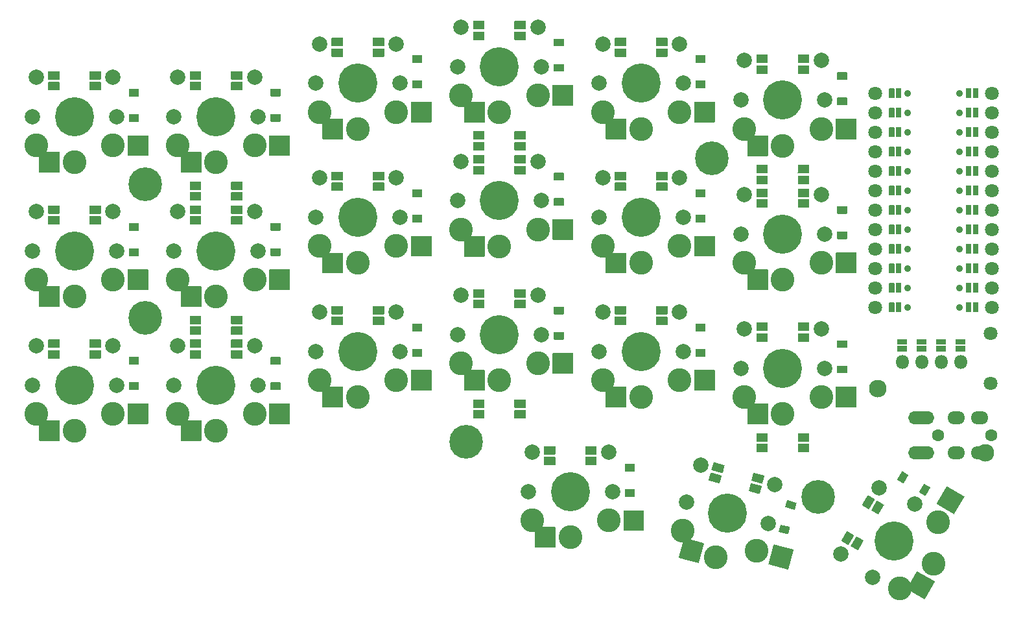
<source format=gts>
G04 #@! TF.GenerationSoftware,KiCad,Pcbnew,8.0.8+1*
G04 #@! TF.CreationDate,2025-07-09T05:02:12+00:00*
G04 #@! TF.ProjectId,corney_island,636f726e-6579-45f6-9973-6c616e642e6b,0.2*
G04 #@! TF.SameCoordinates,Original*
G04 #@! TF.FileFunction,Soldermask,Top*
G04 #@! TF.FilePolarity,Negative*
%FSLAX46Y46*%
G04 Gerber Fmt 4.6, Leading zero omitted, Abs format (unit mm)*
G04 Created by KiCad (PCBNEW 8.0.8+1) date 2025-07-09 05:02:12*
%MOMM*%
%LPD*%
G01*
G04 APERTURE LIST*
%ADD10C,2.300000*%
%ADD11C,4.400000*%
%ADD12C,5.100000*%
%ADD13C,2.000000*%
%ADD14C,3.100000*%
%ADD15C,1.800000*%
%ADD16C,0.900000*%
%ADD17O,1.800000X1.800000*%
%ADD18C,1.600000*%
%ADD19O,2.300000X1.700000*%
%ADD20O,3.400000X1.700000*%
G04 APERTURE END LIST*
D10*
X204927000Y-100438500D03*
X218969000Y-108882500D03*
D11*
X109250000Y-73750000D03*
X109250000Y-91250000D03*
X183218000Y-70423500D03*
X151157000Y-107365000D03*
X197157608Y-114631748D03*
D12*
X100000000Y-100000000D03*
D13*
X94500000Y-100000000D03*
X105500000Y-100000000D03*
X105000000Y-94850000D03*
D14*
X100000000Y-105950000D03*
X95000000Y-103750000D03*
D12*
X100000000Y-82500000D03*
D13*
X94500000Y-82500000D03*
X105500000Y-82500000D03*
X105000000Y-77350000D03*
D14*
X100000000Y-88450000D03*
X95000000Y-86250000D03*
D12*
X100000000Y-65000000D03*
D13*
X94500000Y-65000000D03*
X105500000Y-65000000D03*
X105000000Y-59850000D03*
D14*
X100000000Y-70950000D03*
X95000000Y-68750000D03*
D12*
X118500000Y-100000000D03*
D13*
X113000000Y-100000000D03*
X124000000Y-100000000D03*
X123500000Y-94850000D03*
D14*
X118500000Y-105950000D03*
X113500000Y-103750000D03*
D12*
X118500000Y-82500000D03*
D13*
X113000000Y-82500000D03*
X124000000Y-82500000D03*
X123500000Y-77350000D03*
D14*
X118500000Y-88450000D03*
X113500000Y-86250000D03*
D12*
X118500000Y-65000000D03*
D13*
X113000000Y-65000000D03*
X124000000Y-65000000D03*
X123500000Y-59850000D03*
D14*
X118500000Y-70950000D03*
X113500000Y-68750000D03*
D12*
X137000000Y-95625000D03*
D13*
X131500000Y-95625000D03*
X142500000Y-95625000D03*
X142000000Y-90475000D03*
D14*
X137000000Y-101575000D03*
X132000000Y-99375000D03*
D12*
X137000000Y-78125000D03*
D13*
X131500000Y-78125000D03*
X142500000Y-78125000D03*
X142000000Y-72975000D03*
D14*
X137000000Y-84075000D03*
X132000000Y-81875000D03*
D12*
X137000000Y-60625000D03*
D13*
X131500000Y-60625000D03*
X142500000Y-60625000D03*
X142000000Y-55475000D03*
D14*
X137000000Y-66575000D03*
X132000000Y-64375000D03*
D12*
X155500000Y-93437500D03*
D13*
X150000000Y-93437500D03*
X161000000Y-93437500D03*
X160500000Y-88287500D03*
D14*
X155500000Y-99387500D03*
X150500000Y-97187500D03*
D12*
X155500000Y-75937500D03*
D13*
X150000000Y-75937500D03*
X161000000Y-75937500D03*
X160500000Y-70787500D03*
D14*
X155500000Y-81887500D03*
X150500000Y-79687500D03*
D12*
X155500000Y-58437500D03*
D13*
X150000000Y-58437500D03*
X161000000Y-58437500D03*
X160500000Y-53287500D03*
D14*
X155500000Y-64387500D03*
X150500000Y-62187500D03*
D12*
X174000000Y-95625000D03*
D13*
X168500000Y-95625000D03*
X179500000Y-95625000D03*
X179000000Y-90475000D03*
D14*
X174000000Y-101575000D03*
X169000000Y-99375000D03*
D12*
X174000000Y-78125000D03*
D13*
X168500000Y-78125000D03*
X179500000Y-78125000D03*
X179000000Y-72975000D03*
D14*
X174000000Y-84075000D03*
X169000000Y-81875000D03*
D12*
X174000000Y-60625000D03*
D13*
X168500000Y-60625000D03*
X179500000Y-60625000D03*
X179000000Y-55475000D03*
D14*
X174000000Y-66575000D03*
X169000000Y-64375000D03*
D12*
X192500000Y-97812500D03*
D13*
X187000000Y-97812500D03*
X198000000Y-97812500D03*
X197500000Y-92662500D03*
D14*
X192500000Y-103762500D03*
X187500000Y-101562500D03*
D12*
X192500000Y-80312500D03*
D13*
X187000000Y-80312500D03*
X198000000Y-80312500D03*
X197500000Y-75162500D03*
D14*
X192500000Y-86262500D03*
X187500000Y-84062500D03*
D12*
X192500000Y-62812500D03*
D13*
X187000000Y-62812500D03*
X198000000Y-62812500D03*
X197500000Y-57662500D03*
D14*
X192500000Y-68762500D03*
X187500000Y-66562500D03*
D12*
X164750000Y-113937500D03*
D13*
X159250000Y-113937500D03*
X170250000Y-113937500D03*
X169750000Y-108787500D03*
D14*
X164750000Y-119887500D03*
X159750000Y-117687500D03*
D12*
X185250000Y-116687500D03*
D13*
X179937408Y-115263995D03*
X190562592Y-118111005D03*
X191412547Y-113007077D03*
D14*
X183710027Y-122434759D03*
X179449799Y-119015627D03*
D12*
X207013843Y-120322248D03*
D13*
X204263843Y-125085388D03*
X209763843Y-115559108D03*
X205053812Y-113417121D03*
D14*
X212166694Y-123297248D03*
X207761438Y-126527375D03*
D12*
X100000000Y-100000000D03*
D13*
X94500000Y-100000000D03*
X105500000Y-100000000D03*
X95000000Y-94850000D03*
D14*
X100000000Y-105950000D03*
X105000000Y-103750000D03*
G36*
G01*
X98075000Y-104650000D02*
X98075000Y-107250000D01*
G75*
G02*
X98025000Y-107300000I-50000J0D01*
G01*
X95425000Y-107300000D01*
G75*
G02*
X95375000Y-107250000I0J50000D01*
G01*
X95375000Y-104650000D01*
G75*
G02*
X95425000Y-104600000I50000J0D01*
G01*
X98025000Y-104600000D01*
G75*
G02*
X98075000Y-104650000I0J-50000D01*
G01*
G37*
G36*
G01*
X109625000Y-102450000D02*
X109625000Y-105050000D01*
G75*
G02*
X109575000Y-105100000I-50000J0D01*
G01*
X106975000Y-105100000D01*
G75*
G02*
X106925000Y-105050000I0J50000D01*
G01*
X106925000Y-102450000D01*
G75*
G02*
X106975000Y-102400000I50000J0D01*
G01*
X109575000Y-102400000D01*
G75*
G02*
X109625000Y-102450000I0J-50000D01*
G01*
G37*
D12*
X100000000Y-82500000D03*
D13*
X94500000Y-82500000D03*
X105500000Y-82500000D03*
X95000000Y-77350000D03*
D14*
X100000000Y-88450000D03*
X105000000Y-86250000D03*
G36*
G01*
X98075000Y-87150000D02*
X98075000Y-89750000D01*
G75*
G02*
X98025000Y-89800000I-50000J0D01*
G01*
X95425000Y-89800000D01*
G75*
G02*
X95375000Y-89750000I0J50000D01*
G01*
X95375000Y-87150000D01*
G75*
G02*
X95425000Y-87100000I50000J0D01*
G01*
X98025000Y-87100000D01*
G75*
G02*
X98075000Y-87150000I0J-50000D01*
G01*
G37*
G36*
G01*
X109625000Y-84950000D02*
X109625000Y-87550000D01*
G75*
G02*
X109575000Y-87600000I-50000J0D01*
G01*
X106975000Y-87600000D01*
G75*
G02*
X106925000Y-87550000I0J50000D01*
G01*
X106925000Y-84950000D01*
G75*
G02*
X106975000Y-84900000I50000J0D01*
G01*
X109575000Y-84900000D01*
G75*
G02*
X109625000Y-84950000I0J-50000D01*
G01*
G37*
D12*
X100000000Y-65000000D03*
D13*
X94500000Y-65000000D03*
X105500000Y-65000000D03*
X95000000Y-59850000D03*
D14*
X100000000Y-70950000D03*
X105000000Y-68750000D03*
G36*
G01*
X98075000Y-69650000D02*
X98075000Y-72250000D01*
G75*
G02*
X98025000Y-72300000I-50000J0D01*
G01*
X95425000Y-72300000D01*
G75*
G02*
X95375000Y-72250000I0J50000D01*
G01*
X95375000Y-69650000D01*
G75*
G02*
X95425000Y-69600000I50000J0D01*
G01*
X98025000Y-69600000D01*
G75*
G02*
X98075000Y-69650000I0J-50000D01*
G01*
G37*
G36*
G01*
X109625000Y-67450000D02*
X109625000Y-70050000D01*
G75*
G02*
X109575000Y-70100000I-50000J0D01*
G01*
X106975000Y-70100000D01*
G75*
G02*
X106925000Y-70050000I0J50000D01*
G01*
X106925000Y-67450000D01*
G75*
G02*
X106975000Y-67400000I50000J0D01*
G01*
X109575000Y-67400000D01*
G75*
G02*
X109625000Y-67450000I0J-50000D01*
G01*
G37*
D12*
X118500000Y-100000000D03*
D13*
X113000000Y-100000000D03*
X124000000Y-100000000D03*
X113500000Y-94850000D03*
D14*
X118500000Y-105950000D03*
X123500000Y-103750000D03*
G36*
G01*
X116575000Y-104650000D02*
X116575000Y-107250000D01*
G75*
G02*
X116525000Y-107300000I-50000J0D01*
G01*
X113925000Y-107300000D01*
G75*
G02*
X113875000Y-107250000I0J50000D01*
G01*
X113875000Y-104650000D01*
G75*
G02*
X113925000Y-104600000I50000J0D01*
G01*
X116525000Y-104600000D01*
G75*
G02*
X116575000Y-104650000I0J-50000D01*
G01*
G37*
G36*
G01*
X128125000Y-102450000D02*
X128125000Y-105050000D01*
G75*
G02*
X128075000Y-105100000I-50000J0D01*
G01*
X125475000Y-105100000D01*
G75*
G02*
X125425000Y-105050000I0J50000D01*
G01*
X125425000Y-102450000D01*
G75*
G02*
X125475000Y-102400000I50000J0D01*
G01*
X128075000Y-102400000D01*
G75*
G02*
X128125000Y-102450000I0J-50000D01*
G01*
G37*
D12*
X118500000Y-82500000D03*
D13*
X113000000Y-82500000D03*
X124000000Y-82500000D03*
X113500000Y-77350000D03*
D14*
X118500000Y-88450000D03*
X123500000Y-86250000D03*
G36*
G01*
X116575000Y-87150000D02*
X116575000Y-89750000D01*
G75*
G02*
X116525000Y-89800000I-50000J0D01*
G01*
X113925000Y-89800000D01*
G75*
G02*
X113875000Y-89750000I0J50000D01*
G01*
X113875000Y-87150000D01*
G75*
G02*
X113925000Y-87100000I50000J0D01*
G01*
X116525000Y-87100000D01*
G75*
G02*
X116575000Y-87150000I0J-50000D01*
G01*
G37*
G36*
G01*
X128125000Y-84950000D02*
X128125000Y-87550000D01*
G75*
G02*
X128075000Y-87600000I-50000J0D01*
G01*
X125475000Y-87600000D01*
G75*
G02*
X125425000Y-87550000I0J50000D01*
G01*
X125425000Y-84950000D01*
G75*
G02*
X125475000Y-84900000I50000J0D01*
G01*
X128075000Y-84900000D01*
G75*
G02*
X128125000Y-84950000I0J-50000D01*
G01*
G37*
D12*
X118500000Y-65000000D03*
D13*
X113000000Y-65000000D03*
X124000000Y-65000000D03*
X113500000Y-59850000D03*
D14*
X118500000Y-70950000D03*
X123500000Y-68750000D03*
G36*
G01*
X116575000Y-69650000D02*
X116575000Y-72250000D01*
G75*
G02*
X116525000Y-72300000I-50000J0D01*
G01*
X113925000Y-72300000D01*
G75*
G02*
X113875000Y-72250000I0J50000D01*
G01*
X113875000Y-69650000D01*
G75*
G02*
X113925000Y-69600000I50000J0D01*
G01*
X116525000Y-69600000D01*
G75*
G02*
X116575000Y-69650000I0J-50000D01*
G01*
G37*
G36*
G01*
X128125000Y-67450000D02*
X128125000Y-70050000D01*
G75*
G02*
X128075000Y-70100000I-50000J0D01*
G01*
X125475000Y-70100000D01*
G75*
G02*
X125425000Y-70050000I0J50000D01*
G01*
X125425000Y-67450000D01*
G75*
G02*
X125475000Y-67400000I50000J0D01*
G01*
X128075000Y-67400000D01*
G75*
G02*
X128125000Y-67450000I0J-50000D01*
G01*
G37*
D12*
X137000000Y-95625000D03*
D13*
X131500000Y-95625000D03*
X142500000Y-95625000D03*
X132000000Y-90475000D03*
D14*
X137000000Y-101575000D03*
X142000000Y-99375000D03*
G36*
G01*
X135075000Y-100275000D02*
X135075000Y-102875000D01*
G75*
G02*
X135025000Y-102925000I-50000J0D01*
G01*
X132425000Y-102925000D01*
G75*
G02*
X132375000Y-102875000I0J50000D01*
G01*
X132375000Y-100275000D01*
G75*
G02*
X132425000Y-100225000I50000J0D01*
G01*
X135025000Y-100225000D01*
G75*
G02*
X135075000Y-100275000I0J-50000D01*
G01*
G37*
G36*
G01*
X146625000Y-98075000D02*
X146625000Y-100675000D01*
G75*
G02*
X146575000Y-100725000I-50000J0D01*
G01*
X143975000Y-100725000D01*
G75*
G02*
X143925000Y-100675000I0J50000D01*
G01*
X143925000Y-98075000D01*
G75*
G02*
X143975000Y-98025000I50000J0D01*
G01*
X146575000Y-98025000D01*
G75*
G02*
X146625000Y-98075000I0J-50000D01*
G01*
G37*
D12*
X137000000Y-78125000D03*
D13*
X131500000Y-78125000D03*
X142500000Y-78125000D03*
X132000000Y-72975000D03*
D14*
X137000000Y-84075000D03*
X142000000Y-81875000D03*
G36*
G01*
X135075000Y-82775000D02*
X135075000Y-85375000D01*
G75*
G02*
X135025000Y-85425000I-50000J0D01*
G01*
X132425000Y-85425000D01*
G75*
G02*
X132375000Y-85375000I0J50000D01*
G01*
X132375000Y-82775000D01*
G75*
G02*
X132425000Y-82725000I50000J0D01*
G01*
X135025000Y-82725000D01*
G75*
G02*
X135075000Y-82775000I0J-50000D01*
G01*
G37*
G36*
G01*
X146625000Y-80575000D02*
X146625000Y-83175000D01*
G75*
G02*
X146575000Y-83225000I-50000J0D01*
G01*
X143975000Y-83225000D01*
G75*
G02*
X143925000Y-83175000I0J50000D01*
G01*
X143925000Y-80575000D01*
G75*
G02*
X143975000Y-80525000I50000J0D01*
G01*
X146575000Y-80525000D01*
G75*
G02*
X146625000Y-80575000I0J-50000D01*
G01*
G37*
D12*
X137000000Y-60625000D03*
D13*
X131500000Y-60625000D03*
X142500000Y-60625000D03*
X132000000Y-55475000D03*
D14*
X137000000Y-66575000D03*
X142000000Y-64375000D03*
G36*
G01*
X135075000Y-65275000D02*
X135075000Y-67875000D01*
G75*
G02*
X135025000Y-67925000I-50000J0D01*
G01*
X132425000Y-67925000D01*
G75*
G02*
X132375000Y-67875000I0J50000D01*
G01*
X132375000Y-65275000D01*
G75*
G02*
X132425000Y-65225000I50000J0D01*
G01*
X135025000Y-65225000D01*
G75*
G02*
X135075000Y-65275000I0J-50000D01*
G01*
G37*
G36*
G01*
X146625000Y-63075000D02*
X146625000Y-65675000D01*
G75*
G02*
X146575000Y-65725000I-50000J0D01*
G01*
X143975000Y-65725000D01*
G75*
G02*
X143925000Y-65675000I0J50000D01*
G01*
X143925000Y-63075000D01*
G75*
G02*
X143975000Y-63025000I50000J0D01*
G01*
X146575000Y-63025000D01*
G75*
G02*
X146625000Y-63075000I0J-50000D01*
G01*
G37*
D12*
X155500000Y-93437500D03*
D13*
X150000000Y-93437500D03*
X161000000Y-93437500D03*
X150500000Y-88287500D03*
D14*
X155500000Y-99387500D03*
X160500000Y-97187500D03*
G36*
G01*
X153575000Y-98087500D02*
X153575000Y-100687500D01*
G75*
G02*
X153525000Y-100737500I-50000J0D01*
G01*
X150925000Y-100737500D01*
G75*
G02*
X150875000Y-100687500I0J50000D01*
G01*
X150875000Y-98087500D01*
G75*
G02*
X150925000Y-98037500I50000J0D01*
G01*
X153525000Y-98037500D01*
G75*
G02*
X153575000Y-98087500I0J-50000D01*
G01*
G37*
G36*
G01*
X165125000Y-95887500D02*
X165125000Y-98487500D01*
G75*
G02*
X165075000Y-98537500I-50000J0D01*
G01*
X162475000Y-98537500D01*
G75*
G02*
X162425000Y-98487500I0J50000D01*
G01*
X162425000Y-95887500D01*
G75*
G02*
X162475000Y-95837500I50000J0D01*
G01*
X165075000Y-95837500D01*
G75*
G02*
X165125000Y-95887500I0J-50000D01*
G01*
G37*
D12*
X155500000Y-75937500D03*
D13*
X150000000Y-75937500D03*
X161000000Y-75937500D03*
X150500000Y-70787500D03*
D14*
X155500000Y-81887500D03*
X160500000Y-79687500D03*
G36*
G01*
X153575000Y-80587500D02*
X153575000Y-83187500D01*
G75*
G02*
X153525000Y-83237500I-50000J0D01*
G01*
X150925000Y-83237500D01*
G75*
G02*
X150875000Y-83187500I0J50000D01*
G01*
X150875000Y-80587500D01*
G75*
G02*
X150925000Y-80537500I50000J0D01*
G01*
X153525000Y-80537500D01*
G75*
G02*
X153575000Y-80587500I0J-50000D01*
G01*
G37*
G36*
G01*
X165125000Y-78387500D02*
X165125000Y-80987500D01*
G75*
G02*
X165075000Y-81037500I-50000J0D01*
G01*
X162475000Y-81037500D01*
G75*
G02*
X162425000Y-80987500I0J50000D01*
G01*
X162425000Y-78387500D01*
G75*
G02*
X162475000Y-78337500I50000J0D01*
G01*
X165075000Y-78337500D01*
G75*
G02*
X165125000Y-78387500I0J-50000D01*
G01*
G37*
D12*
X155500000Y-58437500D03*
D13*
X150000000Y-58437500D03*
X161000000Y-58437500D03*
X150500000Y-53287500D03*
D14*
X155500000Y-64387500D03*
X160500000Y-62187500D03*
G36*
G01*
X153575000Y-63087500D02*
X153575000Y-65687500D01*
G75*
G02*
X153525000Y-65737500I-50000J0D01*
G01*
X150925000Y-65737500D01*
G75*
G02*
X150875000Y-65687500I0J50000D01*
G01*
X150875000Y-63087500D01*
G75*
G02*
X150925000Y-63037500I50000J0D01*
G01*
X153525000Y-63037500D01*
G75*
G02*
X153575000Y-63087500I0J-50000D01*
G01*
G37*
G36*
G01*
X165125000Y-60887500D02*
X165125000Y-63487500D01*
G75*
G02*
X165075000Y-63537500I-50000J0D01*
G01*
X162475000Y-63537500D01*
G75*
G02*
X162425000Y-63487500I0J50000D01*
G01*
X162425000Y-60887500D01*
G75*
G02*
X162475000Y-60837500I50000J0D01*
G01*
X165075000Y-60837500D01*
G75*
G02*
X165125000Y-60887500I0J-50000D01*
G01*
G37*
D12*
X174000000Y-95625000D03*
D13*
X168500000Y-95625000D03*
X179500000Y-95625000D03*
X169000000Y-90475000D03*
D14*
X174000000Y-101575000D03*
X179000000Y-99375000D03*
G36*
G01*
X172075000Y-100275000D02*
X172075000Y-102875000D01*
G75*
G02*
X172025000Y-102925000I-50000J0D01*
G01*
X169425000Y-102925000D01*
G75*
G02*
X169375000Y-102875000I0J50000D01*
G01*
X169375000Y-100275000D01*
G75*
G02*
X169425000Y-100225000I50000J0D01*
G01*
X172025000Y-100225000D01*
G75*
G02*
X172075000Y-100275000I0J-50000D01*
G01*
G37*
G36*
G01*
X183625000Y-98075000D02*
X183625000Y-100675000D01*
G75*
G02*
X183575000Y-100725000I-50000J0D01*
G01*
X180975000Y-100725000D01*
G75*
G02*
X180925000Y-100675000I0J50000D01*
G01*
X180925000Y-98075000D01*
G75*
G02*
X180975000Y-98025000I50000J0D01*
G01*
X183575000Y-98025000D01*
G75*
G02*
X183625000Y-98075000I0J-50000D01*
G01*
G37*
D12*
X174000000Y-78125000D03*
D13*
X168500000Y-78125000D03*
X179500000Y-78125000D03*
X169000000Y-72975000D03*
D14*
X174000000Y-84075000D03*
X179000000Y-81875000D03*
G36*
G01*
X172075000Y-82775000D02*
X172075000Y-85375000D01*
G75*
G02*
X172025000Y-85425000I-50000J0D01*
G01*
X169425000Y-85425000D01*
G75*
G02*
X169375000Y-85375000I0J50000D01*
G01*
X169375000Y-82775000D01*
G75*
G02*
X169425000Y-82725000I50000J0D01*
G01*
X172025000Y-82725000D01*
G75*
G02*
X172075000Y-82775000I0J-50000D01*
G01*
G37*
G36*
G01*
X183625000Y-80575000D02*
X183625000Y-83175000D01*
G75*
G02*
X183575000Y-83225000I-50000J0D01*
G01*
X180975000Y-83225000D01*
G75*
G02*
X180925000Y-83175000I0J50000D01*
G01*
X180925000Y-80575000D01*
G75*
G02*
X180975000Y-80525000I50000J0D01*
G01*
X183575000Y-80525000D01*
G75*
G02*
X183625000Y-80575000I0J-50000D01*
G01*
G37*
D12*
X174000000Y-60625000D03*
D13*
X168500000Y-60625000D03*
X179500000Y-60625000D03*
X169000000Y-55475000D03*
D14*
X174000000Y-66575000D03*
X179000000Y-64375000D03*
G36*
G01*
X172075000Y-65275000D02*
X172075000Y-67875000D01*
G75*
G02*
X172025000Y-67925000I-50000J0D01*
G01*
X169425000Y-67925000D01*
G75*
G02*
X169375000Y-67875000I0J50000D01*
G01*
X169375000Y-65275000D01*
G75*
G02*
X169425000Y-65225000I50000J0D01*
G01*
X172025000Y-65225000D01*
G75*
G02*
X172075000Y-65275000I0J-50000D01*
G01*
G37*
G36*
G01*
X183625000Y-63075000D02*
X183625000Y-65675000D01*
G75*
G02*
X183575000Y-65725000I-50000J0D01*
G01*
X180975000Y-65725000D01*
G75*
G02*
X180925000Y-65675000I0J50000D01*
G01*
X180925000Y-63075000D01*
G75*
G02*
X180975000Y-63025000I50000J0D01*
G01*
X183575000Y-63025000D01*
G75*
G02*
X183625000Y-63075000I0J-50000D01*
G01*
G37*
D12*
X192500000Y-97812500D03*
D13*
X187000000Y-97812500D03*
X198000000Y-97812500D03*
X187500000Y-92662500D03*
D14*
X192500000Y-103762500D03*
X197500000Y-101562500D03*
G36*
G01*
X190575000Y-102462500D02*
X190575000Y-105062500D01*
G75*
G02*
X190525000Y-105112500I-50000J0D01*
G01*
X187925000Y-105112500D01*
G75*
G02*
X187875000Y-105062500I0J50000D01*
G01*
X187875000Y-102462500D01*
G75*
G02*
X187925000Y-102412500I50000J0D01*
G01*
X190525000Y-102412500D01*
G75*
G02*
X190575000Y-102462500I0J-50000D01*
G01*
G37*
G36*
G01*
X202125000Y-100262500D02*
X202125000Y-102862500D01*
G75*
G02*
X202075000Y-102912500I-50000J0D01*
G01*
X199475000Y-102912500D01*
G75*
G02*
X199425000Y-102862500I0J50000D01*
G01*
X199425000Y-100262500D01*
G75*
G02*
X199475000Y-100212500I50000J0D01*
G01*
X202075000Y-100212500D01*
G75*
G02*
X202125000Y-100262500I0J-50000D01*
G01*
G37*
D12*
X192500000Y-80312500D03*
D13*
X187000000Y-80312500D03*
X198000000Y-80312500D03*
X187500000Y-75162500D03*
D14*
X192500000Y-86262500D03*
X197500000Y-84062500D03*
G36*
G01*
X190575000Y-84962500D02*
X190575000Y-87562500D01*
G75*
G02*
X190525000Y-87612500I-50000J0D01*
G01*
X187925000Y-87612500D01*
G75*
G02*
X187875000Y-87562500I0J50000D01*
G01*
X187875000Y-84962500D01*
G75*
G02*
X187925000Y-84912500I50000J0D01*
G01*
X190525000Y-84912500D01*
G75*
G02*
X190575000Y-84962500I0J-50000D01*
G01*
G37*
G36*
G01*
X202125000Y-82762500D02*
X202125000Y-85362500D01*
G75*
G02*
X202075000Y-85412500I-50000J0D01*
G01*
X199475000Y-85412500D01*
G75*
G02*
X199425000Y-85362500I0J50000D01*
G01*
X199425000Y-82762500D01*
G75*
G02*
X199475000Y-82712500I50000J0D01*
G01*
X202075000Y-82712500D01*
G75*
G02*
X202125000Y-82762500I0J-50000D01*
G01*
G37*
D12*
X192500000Y-62812500D03*
D13*
X187000000Y-62812500D03*
X198000000Y-62812500D03*
X187500000Y-57662500D03*
D14*
X192500000Y-68762500D03*
X197500000Y-66562500D03*
G36*
G01*
X190575000Y-67462500D02*
X190575000Y-70062500D01*
G75*
G02*
X190525000Y-70112500I-50000J0D01*
G01*
X187925000Y-70112500D01*
G75*
G02*
X187875000Y-70062500I0J50000D01*
G01*
X187875000Y-67462500D01*
G75*
G02*
X187925000Y-67412500I50000J0D01*
G01*
X190525000Y-67412500D01*
G75*
G02*
X190575000Y-67462500I0J-50000D01*
G01*
G37*
G36*
G01*
X202125000Y-65262500D02*
X202125000Y-67862500D01*
G75*
G02*
X202075000Y-67912500I-50000J0D01*
G01*
X199475000Y-67912500D01*
G75*
G02*
X199425000Y-67862500I0J50000D01*
G01*
X199425000Y-65262500D01*
G75*
G02*
X199475000Y-65212500I50000J0D01*
G01*
X202075000Y-65212500D01*
G75*
G02*
X202125000Y-65262500I0J-50000D01*
G01*
G37*
D12*
X164750000Y-113937500D03*
D13*
X159250000Y-113937500D03*
X170250000Y-113937500D03*
X159750000Y-108787500D03*
D14*
X164750000Y-119887500D03*
X169750000Y-117687500D03*
G36*
G01*
X162825000Y-118587500D02*
X162825000Y-121187500D01*
G75*
G02*
X162775000Y-121237500I-50000J0D01*
G01*
X160175000Y-121237500D01*
G75*
G02*
X160125000Y-121187500I0J50000D01*
G01*
X160125000Y-118587500D01*
G75*
G02*
X160175000Y-118537500I50000J0D01*
G01*
X162775000Y-118537500D01*
G75*
G02*
X162825000Y-118587500I0J-50000D01*
G01*
G37*
G36*
G01*
X174375000Y-116387500D02*
X174375000Y-118987500D01*
G75*
G02*
X174325000Y-119037500I-50000J0D01*
G01*
X171725000Y-119037500D01*
G75*
G02*
X171675000Y-118987500I0J50000D01*
G01*
X171675000Y-116387500D01*
G75*
G02*
X171725000Y-116337500I50000J0D01*
G01*
X174325000Y-116337500D01*
G75*
G02*
X174375000Y-116387500I0J-50000D01*
G01*
G37*
D12*
X185250000Y-116687500D03*
D13*
X179937408Y-115263995D03*
X190562592Y-118111005D03*
X181753289Y-110418887D03*
D14*
X183710027Y-122434759D03*
X189109058Y-121603817D03*
G36*
G01*
X182187084Y-120680828D02*
X181514155Y-123192235D01*
G75*
G02*
X181452918Y-123227590I-48296J12941D01*
G01*
X178941511Y-122554661D01*
G75*
G02*
X178906156Y-122493424I12941J48296D01*
G01*
X179579085Y-119982017D01*
G75*
G02*
X179640322Y-119946662I48296J-12941D01*
G01*
X182151729Y-120619591D01*
G75*
G02*
X182187084Y-120680828I-12941J-48296D01*
G01*
G37*
G36*
G01*
X193912929Y-121545151D02*
X193240000Y-124056558D01*
G75*
G02*
X193178763Y-124091913I-48296J12941D01*
G01*
X190667356Y-123418984D01*
G75*
G02*
X190632001Y-123357747I12941J48296D01*
G01*
X191304930Y-120846340D01*
G75*
G02*
X191366167Y-120810985I48296J-12941D01*
G01*
X193877574Y-121483914D01*
G75*
G02*
X193912929Y-121545151I-12941J-48296D01*
G01*
G37*
D12*
X207013843Y-120322248D03*
D13*
X204263843Y-125085388D03*
X209763843Y-115559108D03*
X200053812Y-122077375D03*
D14*
X212166694Y-123297248D03*
X212761438Y-117867121D03*
G36*
G01*
X210078361Y-124314347D02*
X212330027Y-125614347D01*
G75*
G02*
X212348328Y-125682648I-25000J-43301D01*
G01*
X211048328Y-127934314D01*
G75*
G02*
X210980027Y-127952615I-43301J25000D01*
G01*
X208728361Y-126652615D01*
G75*
G02*
X208710060Y-126584314I25000J43301D01*
G01*
X210010060Y-124332648D01*
G75*
G02*
X210078361Y-124314347I43301J-25000D01*
G01*
G37*
G36*
G01*
X213948105Y-113211754D02*
X216199771Y-114511754D01*
G75*
G02*
X216218072Y-114580055I-25000J-43301D01*
G01*
X214918072Y-116831721D01*
G75*
G02*
X214849771Y-116850022I-43301J25000D01*
G01*
X212598105Y-115550022D01*
G75*
G02*
X212579804Y-115481721I25000J43301D01*
G01*
X213879804Y-113230055D01*
G75*
G02*
X213948105Y-113211754I43301J-25000D01*
G01*
G37*
G36*
G01*
X107150000Y-96350000D02*
X108350000Y-96350000D01*
G75*
G02*
X108400000Y-96400000I0J-50000D01*
G01*
X108400000Y-97300000D01*
G75*
G02*
X108350000Y-97350000I-50000J0D01*
G01*
X107150000Y-97350000D01*
G75*
G02*
X107100000Y-97300000I0J50000D01*
G01*
X107100000Y-96400000D01*
G75*
G02*
X107150000Y-96350000I50000J0D01*
G01*
G37*
G36*
G01*
X107150000Y-99650000D02*
X108350000Y-99650000D01*
G75*
G02*
X108400000Y-99700000I0J-50000D01*
G01*
X108400000Y-100600000D01*
G75*
G02*
X108350000Y-100650000I-50000J0D01*
G01*
X107150000Y-100650000D01*
G75*
G02*
X107100000Y-100600000I0J50000D01*
G01*
X107100000Y-99700000D01*
G75*
G02*
X107150000Y-99650000I50000J0D01*
G01*
G37*
G36*
G01*
X107150000Y-78850000D02*
X108350000Y-78850000D01*
G75*
G02*
X108400000Y-78900000I0J-50000D01*
G01*
X108400000Y-79800000D01*
G75*
G02*
X108350000Y-79850000I-50000J0D01*
G01*
X107150000Y-79850000D01*
G75*
G02*
X107100000Y-79800000I0J50000D01*
G01*
X107100000Y-78900000D01*
G75*
G02*
X107150000Y-78850000I50000J0D01*
G01*
G37*
G36*
G01*
X107150000Y-82150000D02*
X108350000Y-82150000D01*
G75*
G02*
X108400000Y-82200000I0J-50000D01*
G01*
X108400000Y-83100000D01*
G75*
G02*
X108350000Y-83150000I-50000J0D01*
G01*
X107150000Y-83150000D01*
G75*
G02*
X107100000Y-83100000I0J50000D01*
G01*
X107100000Y-82200000D01*
G75*
G02*
X107150000Y-82150000I50000J0D01*
G01*
G37*
G36*
G01*
X107150000Y-61350000D02*
X108350000Y-61350000D01*
G75*
G02*
X108400000Y-61400000I0J-50000D01*
G01*
X108400000Y-62300000D01*
G75*
G02*
X108350000Y-62350000I-50000J0D01*
G01*
X107150000Y-62350000D01*
G75*
G02*
X107100000Y-62300000I0J50000D01*
G01*
X107100000Y-61400000D01*
G75*
G02*
X107150000Y-61350000I50000J0D01*
G01*
G37*
G36*
G01*
X107150000Y-64650000D02*
X108350000Y-64650000D01*
G75*
G02*
X108400000Y-64700000I0J-50000D01*
G01*
X108400000Y-65600000D01*
G75*
G02*
X108350000Y-65650000I-50000J0D01*
G01*
X107150000Y-65650000D01*
G75*
G02*
X107100000Y-65600000I0J50000D01*
G01*
X107100000Y-64700000D01*
G75*
G02*
X107150000Y-64650000I50000J0D01*
G01*
G37*
G36*
G01*
X125650000Y-96350000D02*
X126850000Y-96350000D01*
G75*
G02*
X126900000Y-96400000I0J-50000D01*
G01*
X126900000Y-97300000D01*
G75*
G02*
X126850000Y-97350000I-50000J0D01*
G01*
X125650000Y-97350000D01*
G75*
G02*
X125600000Y-97300000I0J50000D01*
G01*
X125600000Y-96400000D01*
G75*
G02*
X125650000Y-96350000I50000J0D01*
G01*
G37*
G36*
G01*
X125650000Y-99650000D02*
X126850000Y-99650000D01*
G75*
G02*
X126900000Y-99700000I0J-50000D01*
G01*
X126900000Y-100600000D01*
G75*
G02*
X126850000Y-100650000I-50000J0D01*
G01*
X125650000Y-100650000D01*
G75*
G02*
X125600000Y-100600000I0J50000D01*
G01*
X125600000Y-99700000D01*
G75*
G02*
X125650000Y-99650000I50000J0D01*
G01*
G37*
G36*
G01*
X125650000Y-78850000D02*
X126850000Y-78850000D01*
G75*
G02*
X126900000Y-78900000I0J-50000D01*
G01*
X126900000Y-79800000D01*
G75*
G02*
X126850000Y-79850000I-50000J0D01*
G01*
X125650000Y-79850000D01*
G75*
G02*
X125600000Y-79800000I0J50000D01*
G01*
X125600000Y-78900000D01*
G75*
G02*
X125650000Y-78850000I50000J0D01*
G01*
G37*
G36*
G01*
X125650000Y-82150000D02*
X126850000Y-82150000D01*
G75*
G02*
X126900000Y-82200000I0J-50000D01*
G01*
X126900000Y-83100000D01*
G75*
G02*
X126850000Y-83150000I-50000J0D01*
G01*
X125650000Y-83150000D01*
G75*
G02*
X125600000Y-83100000I0J50000D01*
G01*
X125600000Y-82200000D01*
G75*
G02*
X125650000Y-82150000I50000J0D01*
G01*
G37*
G36*
G01*
X125650000Y-61350000D02*
X126850000Y-61350000D01*
G75*
G02*
X126900000Y-61400000I0J-50000D01*
G01*
X126900000Y-62300000D01*
G75*
G02*
X126850000Y-62350000I-50000J0D01*
G01*
X125650000Y-62350000D01*
G75*
G02*
X125600000Y-62300000I0J50000D01*
G01*
X125600000Y-61400000D01*
G75*
G02*
X125650000Y-61350000I50000J0D01*
G01*
G37*
G36*
G01*
X125650000Y-64650000D02*
X126850000Y-64650000D01*
G75*
G02*
X126900000Y-64700000I0J-50000D01*
G01*
X126900000Y-65600000D01*
G75*
G02*
X126850000Y-65650000I-50000J0D01*
G01*
X125650000Y-65650000D01*
G75*
G02*
X125600000Y-65600000I0J50000D01*
G01*
X125600000Y-64700000D01*
G75*
G02*
X125650000Y-64650000I50000J0D01*
G01*
G37*
G36*
G01*
X144150000Y-91975000D02*
X145350000Y-91975000D01*
G75*
G02*
X145400000Y-92025000I0J-50000D01*
G01*
X145400000Y-92925000D01*
G75*
G02*
X145350000Y-92975000I-50000J0D01*
G01*
X144150000Y-92975000D01*
G75*
G02*
X144100000Y-92925000I0J50000D01*
G01*
X144100000Y-92025000D01*
G75*
G02*
X144150000Y-91975000I50000J0D01*
G01*
G37*
G36*
G01*
X144150000Y-95275000D02*
X145350000Y-95275000D01*
G75*
G02*
X145400000Y-95325000I0J-50000D01*
G01*
X145400000Y-96225000D01*
G75*
G02*
X145350000Y-96275000I-50000J0D01*
G01*
X144150000Y-96275000D01*
G75*
G02*
X144100000Y-96225000I0J50000D01*
G01*
X144100000Y-95325000D01*
G75*
G02*
X144150000Y-95275000I50000J0D01*
G01*
G37*
G36*
G01*
X144150000Y-74475000D02*
X145350000Y-74475000D01*
G75*
G02*
X145400000Y-74525000I0J-50000D01*
G01*
X145400000Y-75425000D01*
G75*
G02*
X145350000Y-75475000I-50000J0D01*
G01*
X144150000Y-75475000D01*
G75*
G02*
X144100000Y-75425000I0J50000D01*
G01*
X144100000Y-74525000D01*
G75*
G02*
X144150000Y-74475000I50000J0D01*
G01*
G37*
G36*
G01*
X144150000Y-77775000D02*
X145350000Y-77775000D01*
G75*
G02*
X145400000Y-77825000I0J-50000D01*
G01*
X145400000Y-78725000D01*
G75*
G02*
X145350000Y-78775000I-50000J0D01*
G01*
X144150000Y-78775000D01*
G75*
G02*
X144100000Y-78725000I0J50000D01*
G01*
X144100000Y-77825000D01*
G75*
G02*
X144150000Y-77775000I50000J0D01*
G01*
G37*
G36*
G01*
X144150000Y-56975000D02*
X145350000Y-56975000D01*
G75*
G02*
X145400000Y-57025000I0J-50000D01*
G01*
X145400000Y-57925000D01*
G75*
G02*
X145350000Y-57975000I-50000J0D01*
G01*
X144150000Y-57975000D01*
G75*
G02*
X144100000Y-57925000I0J50000D01*
G01*
X144100000Y-57025000D01*
G75*
G02*
X144150000Y-56975000I50000J0D01*
G01*
G37*
G36*
G01*
X144150000Y-60275000D02*
X145350000Y-60275000D01*
G75*
G02*
X145400000Y-60325000I0J-50000D01*
G01*
X145400000Y-61225000D01*
G75*
G02*
X145350000Y-61275000I-50000J0D01*
G01*
X144150000Y-61275000D01*
G75*
G02*
X144100000Y-61225000I0J50000D01*
G01*
X144100000Y-60325000D01*
G75*
G02*
X144150000Y-60275000I50000J0D01*
G01*
G37*
G36*
G01*
X162650000Y-89787500D02*
X163850000Y-89787500D01*
G75*
G02*
X163900000Y-89837500I0J-50000D01*
G01*
X163900000Y-90737500D01*
G75*
G02*
X163850000Y-90787500I-50000J0D01*
G01*
X162650000Y-90787500D01*
G75*
G02*
X162600000Y-90737500I0J50000D01*
G01*
X162600000Y-89837500D01*
G75*
G02*
X162650000Y-89787500I50000J0D01*
G01*
G37*
G36*
G01*
X162650000Y-93087500D02*
X163850000Y-93087500D01*
G75*
G02*
X163900000Y-93137500I0J-50000D01*
G01*
X163900000Y-94037500D01*
G75*
G02*
X163850000Y-94087500I-50000J0D01*
G01*
X162650000Y-94087500D01*
G75*
G02*
X162600000Y-94037500I0J50000D01*
G01*
X162600000Y-93137500D01*
G75*
G02*
X162650000Y-93087500I50000J0D01*
G01*
G37*
G36*
G01*
X162650000Y-72287500D02*
X163850000Y-72287500D01*
G75*
G02*
X163900000Y-72337500I0J-50000D01*
G01*
X163900000Y-73237500D01*
G75*
G02*
X163850000Y-73287500I-50000J0D01*
G01*
X162650000Y-73287500D01*
G75*
G02*
X162600000Y-73237500I0J50000D01*
G01*
X162600000Y-72337500D01*
G75*
G02*
X162650000Y-72287500I50000J0D01*
G01*
G37*
G36*
G01*
X162650000Y-75587500D02*
X163850000Y-75587500D01*
G75*
G02*
X163900000Y-75637500I0J-50000D01*
G01*
X163900000Y-76537500D01*
G75*
G02*
X163850000Y-76587500I-50000J0D01*
G01*
X162650000Y-76587500D01*
G75*
G02*
X162600000Y-76537500I0J50000D01*
G01*
X162600000Y-75637500D01*
G75*
G02*
X162650000Y-75587500I50000J0D01*
G01*
G37*
G36*
G01*
X162650000Y-54787500D02*
X163850000Y-54787500D01*
G75*
G02*
X163900000Y-54837500I0J-50000D01*
G01*
X163900000Y-55737500D01*
G75*
G02*
X163850000Y-55787500I-50000J0D01*
G01*
X162650000Y-55787500D01*
G75*
G02*
X162600000Y-55737500I0J50000D01*
G01*
X162600000Y-54837500D01*
G75*
G02*
X162650000Y-54787500I50000J0D01*
G01*
G37*
G36*
G01*
X162650000Y-58087500D02*
X163850000Y-58087500D01*
G75*
G02*
X163900000Y-58137500I0J-50000D01*
G01*
X163900000Y-59037500D01*
G75*
G02*
X163850000Y-59087500I-50000J0D01*
G01*
X162650000Y-59087500D01*
G75*
G02*
X162600000Y-59037500I0J50000D01*
G01*
X162600000Y-58137500D01*
G75*
G02*
X162650000Y-58087500I50000J0D01*
G01*
G37*
G36*
G01*
X181150000Y-91975000D02*
X182350000Y-91975000D01*
G75*
G02*
X182400000Y-92025000I0J-50000D01*
G01*
X182400000Y-92925000D01*
G75*
G02*
X182350000Y-92975000I-50000J0D01*
G01*
X181150000Y-92975000D01*
G75*
G02*
X181100000Y-92925000I0J50000D01*
G01*
X181100000Y-92025000D01*
G75*
G02*
X181150000Y-91975000I50000J0D01*
G01*
G37*
G36*
G01*
X181150000Y-95275000D02*
X182350000Y-95275000D01*
G75*
G02*
X182400000Y-95325000I0J-50000D01*
G01*
X182400000Y-96225000D01*
G75*
G02*
X182350000Y-96275000I-50000J0D01*
G01*
X181150000Y-96275000D01*
G75*
G02*
X181100000Y-96225000I0J50000D01*
G01*
X181100000Y-95325000D01*
G75*
G02*
X181150000Y-95275000I50000J0D01*
G01*
G37*
G36*
G01*
X181150000Y-74475000D02*
X182350000Y-74475000D01*
G75*
G02*
X182400000Y-74525000I0J-50000D01*
G01*
X182400000Y-75425000D01*
G75*
G02*
X182350000Y-75475000I-50000J0D01*
G01*
X181150000Y-75475000D01*
G75*
G02*
X181100000Y-75425000I0J50000D01*
G01*
X181100000Y-74525000D01*
G75*
G02*
X181150000Y-74475000I50000J0D01*
G01*
G37*
G36*
G01*
X181150000Y-77775000D02*
X182350000Y-77775000D01*
G75*
G02*
X182400000Y-77825000I0J-50000D01*
G01*
X182400000Y-78725000D01*
G75*
G02*
X182350000Y-78775000I-50000J0D01*
G01*
X181150000Y-78775000D01*
G75*
G02*
X181100000Y-78725000I0J50000D01*
G01*
X181100000Y-77825000D01*
G75*
G02*
X181150000Y-77775000I50000J0D01*
G01*
G37*
G36*
G01*
X181150000Y-56975000D02*
X182350000Y-56975000D01*
G75*
G02*
X182400000Y-57025000I0J-50000D01*
G01*
X182400000Y-57925000D01*
G75*
G02*
X182350000Y-57975000I-50000J0D01*
G01*
X181150000Y-57975000D01*
G75*
G02*
X181100000Y-57925000I0J50000D01*
G01*
X181100000Y-57025000D01*
G75*
G02*
X181150000Y-56975000I50000J0D01*
G01*
G37*
G36*
G01*
X181150000Y-60275000D02*
X182350000Y-60275000D01*
G75*
G02*
X182400000Y-60325000I0J-50000D01*
G01*
X182400000Y-61225000D01*
G75*
G02*
X182350000Y-61275000I-50000J0D01*
G01*
X181150000Y-61275000D01*
G75*
G02*
X181100000Y-61225000I0J50000D01*
G01*
X181100000Y-60325000D01*
G75*
G02*
X181150000Y-60275000I50000J0D01*
G01*
G37*
G36*
G01*
X199650000Y-94162500D02*
X200850000Y-94162500D01*
G75*
G02*
X200900000Y-94212500I0J-50000D01*
G01*
X200900000Y-95112500D01*
G75*
G02*
X200850000Y-95162500I-50000J0D01*
G01*
X199650000Y-95162500D01*
G75*
G02*
X199600000Y-95112500I0J50000D01*
G01*
X199600000Y-94212500D01*
G75*
G02*
X199650000Y-94162500I50000J0D01*
G01*
G37*
G36*
G01*
X199650000Y-97462500D02*
X200850000Y-97462500D01*
G75*
G02*
X200900000Y-97512500I0J-50000D01*
G01*
X200900000Y-98412500D01*
G75*
G02*
X200850000Y-98462500I-50000J0D01*
G01*
X199650000Y-98462500D01*
G75*
G02*
X199600000Y-98412500I0J50000D01*
G01*
X199600000Y-97512500D01*
G75*
G02*
X199650000Y-97462500I50000J0D01*
G01*
G37*
G36*
G01*
X199650000Y-76662500D02*
X200850000Y-76662500D01*
G75*
G02*
X200900000Y-76712500I0J-50000D01*
G01*
X200900000Y-77612500D01*
G75*
G02*
X200850000Y-77662500I-50000J0D01*
G01*
X199650000Y-77662500D01*
G75*
G02*
X199600000Y-77612500I0J50000D01*
G01*
X199600000Y-76712500D01*
G75*
G02*
X199650000Y-76662500I50000J0D01*
G01*
G37*
G36*
G01*
X199650000Y-79962500D02*
X200850000Y-79962500D01*
G75*
G02*
X200900000Y-80012500I0J-50000D01*
G01*
X200900000Y-80912500D01*
G75*
G02*
X200850000Y-80962500I-50000J0D01*
G01*
X199650000Y-80962500D01*
G75*
G02*
X199600000Y-80912500I0J50000D01*
G01*
X199600000Y-80012500D01*
G75*
G02*
X199650000Y-79962500I50000J0D01*
G01*
G37*
G36*
G01*
X199650000Y-59162500D02*
X200850000Y-59162500D01*
G75*
G02*
X200900000Y-59212500I0J-50000D01*
G01*
X200900000Y-60112500D01*
G75*
G02*
X200850000Y-60162500I-50000J0D01*
G01*
X199650000Y-60162500D01*
G75*
G02*
X199600000Y-60112500I0J50000D01*
G01*
X199600000Y-59212500D01*
G75*
G02*
X199650000Y-59162500I50000J0D01*
G01*
G37*
G36*
G01*
X199650000Y-62462500D02*
X200850000Y-62462500D01*
G75*
G02*
X200900000Y-62512500I0J-50000D01*
G01*
X200900000Y-63412500D01*
G75*
G02*
X200850000Y-63462500I-50000J0D01*
G01*
X199650000Y-63462500D01*
G75*
G02*
X199600000Y-63412500I0J50000D01*
G01*
X199600000Y-62512500D01*
G75*
G02*
X199650000Y-62462500I50000J0D01*
G01*
G37*
G36*
G01*
X171900000Y-110287500D02*
X173100000Y-110287500D01*
G75*
G02*
X173150000Y-110337500I0J-50000D01*
G01*
X173150000Y-111237500D01*
G75*
G02*
X173100000Y-111287500I-50000J0D01*
G01*
X171900000Y-111287500D01*
G75*
G02*
X171850000Y-111237500I0J50000D01*
G01*
X171850000Y-110337500D01*
G75*
G02*
X171900000Y-110287500I50000J0D01*
G01*
G37*
G36*
G01*
X171900000Y-113587500D02*
X173100000Y-113587500D01*
G75*
G02*
X173150000Y-113637500I0J-50000D01*
G01*
X173150000Y-114537500D01*
G75*
G02*
X173100000Y-114587500I-50000J0D01*
G01*
X171900000Y-114587500D01*
G75*
G02*
X171850000Y-114537500I0J50000D01*
G01*
X171850000Y-113637500D01*
G75*
G02*
X171900000Y-113587500I50000J0D01*
G01*
G37*
G36*
G01*
X193101059Y-115012427D02*
X194260170Y-115323010D01*
G75*
G02*
X194295525Y-115384247I-12941J-48296D01*
G01*
X194062588Y-116253580D01*
G75*
G02*
X194001351Y-116288935I-48296J12941D01*
G01*
X192842240Y-115978352D01*
G75*
G02*
X192806885Y-115917115I12941J48296D01*
G01*
X193039822Y-115047782D01*
G75*
G02*
X193101059Y-115012427I48296J-12941D01*
G01*
G37*
G36*
G01*
X192246957Y-118199983D02*
X193406068Y-118510566D01*
G75*
G02*
X193441423Y-118571803I-12941J-48296D01*
G01*
X193208486Y-119441136D01*
G75*
G02*
X193147249Y-119476491I-48296J12941D01*
G01*
X191988138Y-119165908D01*
G75*
G02*
X191952783Y-119104671I12941J48296D01*
G01*
X192185720Y-118235338D01*
G75*
G02*
X192246957Y-118199983I48296J-12941D01*
G01*
G37*
G36*
G01*
X207427851Y-112305166D02*
X208027851Y-111265936D01*
G75*
G02*
X208096152Y-111247635I43301J-25000D01*
G01*
X208875574Y-111697635D01*
G75*
G02*
X208893875Y-111765936I-25000J-43301D01*
G01*
X208293875Y-112805166D01*
G75*
G02*
X208225574Y-112823467I-43301J25000D01*
G01*
X207446152Y-112373467D01*
G75*
G02*
X207427851Y-112305166I25000J43301D01*
G01*
G37*
G36*
G01*
X210285735Y-113955166D02*
X210885735Y-112915936D01*
G75*
G02*
X210954036Y-112897635I43301J-25000D01*
G01*
X211733458Y-113347635D01*
G75*
G02*
X211751759Y-113415936I-25000J-43301D01*
G01*
X211151759Y-114455166D01*
G75*
G02*
X211083458Y-114473467I-43301J25000D01*
G01*
X210304036Y-114023467D01*
G75*
G02*
X210285735Y-113955166I25000J43301D01*
G01*
G37*
D15*
X204584000Y-61920000D03*
X219824000Y-61920000D03*
D16*
X208804000Y-61920000D03*
X215604000Y-61920000D03*
G36*
G01*
X206374000Y-62520000D02*
X206374000Y-61320000D01*
G75*
G02*
X206424000Y-61270000I50000J0D01*
G01*
X207024000Y-61270000D01*
G75*
G02*
X207074000Y-61320000I0J-50000D01*
G01*
X207074000Y-62520000D01*
G75*
G02*
X207024000Y-62570000I-50000J0D01*
G01*
X206424000Y-62570000D01*
G75*
G02*
X206374000Y-62520000I0J50000D01*
G01*
G37*
G36*
G01*
X207274000Y-62520000D02*
X207274000Y-61320000D01*
G75*
G02*
X207324000Y-61270000I50000J0D01*
G01*
X207924000Y-61270000D01*
G75*
G02*
X207974000Y-61320000I0J-50000D01*
G01*
X207974000Y-62520000D01*
G75*
G02*
X207924000Y-62570000I-50000J0D01*
G01*
X207324000Y-62570000D01*
G75*
G02*
X207274000Y-62520000I0J50000D01*
G01*
G37*
G36*
G01*
X216434000Y-62520000D02*
X216434000Y-61320000D01*
G75*
G02*
X216484000Y-61270000I50000J0D01*
G01*
X217084000Y-61270000D01*
G75*
G02*
X217134000Y-61320000I0J-50000D01*
G01*
X217134000Y-62520000D01*
G75*
G02*
X217084000Y-62570000I-50000J0D01*
G01*
X216484000Y-62570000D01*
G75*
G02*
X216434000Y-62520000I0J50000D01*
G01*
G37*
G36*
G01*
X217334000Y-62520000D02*
X217334000Y-61320000D01*
G75*
G02*
X217384000Y-61270000I50000J0D01*
G01*
X217984000Y-61270000D01*
G75*
G02*
X218034000Y-61320000I0J-50000D01*
G01*
X218034000Y-62520000D01*
G75*
G02*
X217984000Y-62570000I-50000J0D01*
G01*
X217384000Y-62570000D01*
G75*
G02*
X217334000Y-62520000I0J50000D01*
G01*
G37*
D15*
X204584000Y-64460000D03*
X219824000Y-64460000D03*
D16*
X208804000Y-64460000D03*
X215604000Y-64460000D03*
G36*
G01*
X206374000Y-65060000D02*
X206374000Y-63860000D01*
G75*
G02*
X206424000Y-63810000I50000J0D01*
G01*
X207024000Y-63810000D01*
G75*
G02*
X207074000Y-63860000I0J-50000D01*
G01*
X207074000Y-65060000D01*
G75*
G02*
X207024000Y-65110000I-50000J0D01*
G01*
X206424000Y-65110000D01*
G75*
G02*
X206374000Y-65060000I0J50000D01*
G01*
G37*
G36*
G01*
X207274000Y-65060000D02*
X207274000Y-63860000D01*
G75*
G02*
X207324000Y-63810000I50000J0D01*
G01*
X207924000Y-63810000D01*
G75*
G02*
X207974000Y-63860000I0J-50000D01*
G01*
X207974000Y-65060000D01*
G75*
G02*
X207924000Y-65110000I-50000J0D01*
G01*
X207324000Y-65110000D01*
G75*
G02*
X207274000Y-65060000I0J50000D01*
G01*
G37*
G36*
G01*
X216434000Y-65060000D02*
X216434000Y-63860000D01*
G75*
G02*
X216484000Y-63810000I50000J0D01*
G01*
X217084000Y-63810000D01*
G75*
G02*
X217134000Y-63860000I0J-50000D01*
G01*
X217134000Y-65060000D01*
G75*
G02*
X217084000Y-65110000I-50000J0D01*
G01*
X216484000Y-65110000D01*
G75*
G02*
X216434000Y-65060000I0J50000D01*
G01*
G37*
G36*
G01*
X217334000Y-65060000D02*
X217334000Y-63860000D01*
G75*
G02*
X217384000Y-63810000I50000J0D01*
G01*
X217984000Y-63810000D01*
G75*
G02*
X218034000Y-63860000I0J-50000D01*
G01*
X218034000Y-65060000D01*
G75*
G02*
X217984000Y-65110000I-50000J0D01*
G01*
X217384000Y-65110000D01*
G75*
G02*
X217334000Y-65060000I0J50000D01*
G01*
G37*
D15*
X204584000Y-67000000D03*
X219824000Y-67000000D03*
D16*
X208804000Y-67000000D03*
X215604000Y-67000000D03*
G36*
G01*
X206374000Y-67600000D02*
X206374000Y-66400000D01*
G75*
G02*
X206424000Y-66350000I50000J0D01*
G01*
X207024000Y-66350000D01*
G75*
G02*
X207074000Y-66400000I0J-50000D01*
G01*
X207074000Y-67600000D01*
G75*
G02*
X207024000Y-67650000I-50000J0D01*
G01*
X206424000Y-67650000D01*
G75*
G02*
X206374000Y-67600000I0J50000D01*
G01*
G37*
G36*
G01*
X207274000Y-67600000D02*
X207274000Y-66400000D01*
G75*
G02*
X207324000Y-66350000I50000J0D01*
G01*
X207924000Y-66350000D01*
G75*
G02*
X207974000Y-66400000I0J-50000D01*
G01*
X207974000Y-67600000D01*
G75*
G02*
X207924000Y-67650000I-50000J0D01*
G01*
X207324000Y-67650000D01*
G75*
G02*
X207274000Y-67600000I0J50000D01*
G01*
G37*
G36*
G01*
X216434000Y-67600000D02*
X216434000Y-66400000D01*
G75*
G02*
X216484000Y-66350000I50000J0D01*
G01*
X217084000Y-66350000D01*
G75*
G02*
X217134000Y-66400000I0J-50000D01*
G01*
X217134000Y-67600000D01*
G75*
G02*
X217084000Y-67650000I-50000J0D01*
G01*
X216484000Y-67650000D01*
G75*
G02*
X216434000Y-67600000I0J50000D01*
G01*
G37*
G36*
G01*
X217334000Y-67600000D02*
X217334000Y-66400000D01*
G75*
G02*
X217384000Y-66350000I50000J0D01*
G01*
X217984000Y-66350000D01*
G75*
G02*
X218034000Y-66400000I0J-50000D01*
G01*
X218034000Y-67600000D01*
G75*
G02*
X217984000Y-67650000I-50000J0D01*
G01*
X217384000Y-67650000D01*
G75*
G02*
X217334000Y-67600000I0J50000D01*
G01*
G37*
D15*
X204584000Y-69540000D03*
X219824000Y-69540000D03*
D16*
X208804000Y-69540000D03*
X215604000Y-69540000D03*
G36*
G01*
X206374000Y-70140000D02*
X206374000Y-68940000D01*
G75*
G02*
X206424000Y-68890000I50000J0D01*
G01*
X207024000Y-68890000D01*
G75*
G02*
X207074000Y-68940000I0J-50000D01*
G01*
X207074000Y-70140000D01*
G75*
G02*
X207024000Y-70190000I-50000J0D01*
G01*
X206424000Y-70190000D01*
G75*
G02*
X206374000Y-70140000I0J50000D01*
G01*
G37*
G36*
G01*
X207274000Y-70140000D02*
X207274000Y-68940000D01*
G75*
G02*
X207324000Y-68890000I50000J0D01*
G01*
X207924000Y-68890000D01*
G75*
G02*
X207974000Y-68940000I0J-50000D01*
G01*
X207974000Y-70140000D01*
G75*
G02*
X207924000Y-70190000I-50000J0D01*
G01*
X207324000Y-70190000D01*
G75*
G02*
X207274000Y-70140000I0J50000D01*
G01*
G37*
G36*
G01*
X216434000Y-70140000D02*
X216434000Y-68940000D01*
G75*
G02*
X216484000Y-68890000I50000J0D01*
G01*
X217084000Y-68890000D01*
G75*
G02*
X217134000Y-68940000I0J-50000D01*
G01*
X217134000Y-70140000D01*
G75*
G02*
X217084000Y-70190000I-50000J0D01*
G01*
X216484000Y-70190000D01*
G75*
G02*
X216434000Y-70140000I0J50000D01*
G01*
G37*
G36*
G01*
X217334000Y-70140000D02*
X217334000Y-68940000D01*
G75*
G02*
X217384000Y-68890000I50000J0D01*
G01*
X217984000Y-68890000D01*
G75*
G02*
X218034000Y-68940000I0J-50000D01*
G01*
X218034000Y-70140000D01*
G75*
G02*
X217984000Y-70190000I-50000J0D01*
G01*
X217384000Y-70190000D01*
G75*
G02*
X217334000Y-70140000I0J50000D01*
G01*
G37*
D15*
X204584000Y-72080000D03*
X219824000Y-72080000D03*
D16*
X208804000Y-72080000D03*
X215604000Y-72080000D03*
G36*
G01*
X206374000Y-72680000D02*
X206374000Y-71480000D01*
G75*
G02*
X206424000Y-71430000I50000J0D01*
G01*
X207024000Y-71430000D01*
G75*
G02*
X207074000Y-71480000I0J-50000D01*
G01*
X207074000Y-72680000D01*
G75*
G02*
X207024000Y-72730000I-50000J0D01*
G01*
X206424000Y-72730000D01*
G75*
G02*
X206374000Y-72680000I0J50000D01*
G01*
G37*
G36*
G01*
X207274000Y-72680000D02*
X207274000Y-71480000D01*
G75*
G02*
X207324000Y-71430000I50000J0D01*
G01*
X207924000Y-71430000D01*
G75*
G02*
X207974000Y-71480000I0J-50000D01*
G01*
X207974000Y-72680000D01*
G75*
G02*
X207924000Y-72730000I-50000J0D01*
G01*
X207324000Y-72730000D01*
G75*
G02*
X207274000Y-72680000I0J50000D01*
G01*
G37*
G36*
G01*
X216434000Y-72680000D02*
X216434000Y-71480000D01*
G75*
G02*
X216484000Y-71430000I50000J0D01*
G01*
X217084000Y-71430000D01*
G75*
G02*
X217134000Y-71480000I0J-50000D01*
G01*
X217134000Y-72680000D01*
G75*
G02*
X217084000Y-72730000I-50000J0D01*
G01*
X216484000Y-72730000D01*
G75*
G02*
X216434000Y-72680000I0J50000D01*
G01*
G37*
G36*
G01*
X217334000Y-72680000D02*
X217334000Y-71480000D01*
G75*
G02*
X217384000Y-71430000I50000J0D01*
G01*
X217984000Y-71430000D01*
G75*
G02*
X218034000Y-71480000I0J-50000D01*
G01*
X218034000Y-72680000D01*
G75*
G02*
X217984000Y-72730000I-50000J0D01*
G01*
X217384000Y-72730000D01*
G75*
G02*
X217334000Y-72680000I0J50000D01*
G01*
G37*
D15*
X204584000Y-74620000D03*
X219824000Y-74620000D03*
D16*
X208804000Y-74620000D03*
X215604000Y-74620000D03*
G36*
G01*
X206374000Y-75220000D02*
X206374000Y-74020000D01*
G75*
G02*
X206424000Y-73970000I50000J0D01*
G01*
X207024000Y-73970000D01*
G75*
G02*
X207074000Y-74020000I0J-50000D01*
G01*
X207074000Y-75220000D01*
G75*
G02*
X207024000Y-75270000I-50000J0D01*
G01*
X206424000Y-75270000D01*
G75*
G02*
X206374000Y-75220000I0J50000D01*
G01*
G37*
G36*
G01*
X207274000Y-75220000D02*
X207274000Y-74020000D01*
G75*
G02*
X207324000Y-73970000I50000J0D01*
G01*
X207924000Y-73970000D01*
G75*
G02*
X207974000Y-74020000I0J-50000D01*
G01*
X207974000Y-75220000D01*
G75*
G02*
X207924000Y-75270000I-50000J0D01*
G01*
X207324000Y-75270000D01*
G75*
G02*
X207274000Y-75220000I0J50000D01*
G01*
G37*
G36*
G01*
X216434000Y-75220000D02*
X216434000Y-74020000D01*
G75*
G02*
X216484000Y-73970000I50000J0D01*
G01*
X217084000Y-73970000D01*
G75*
G02*
X217134000Y-74020000I0J-50000D01*
G01*
X217134000Y-75220000D01*
G75*
G02*
X217084000Y-75270000I-50000J0D01*
G01*
X216484000Y-75270000D01*
G75*
G02*
X216434000Y-75220000I0J50000D01*
G01*
G37*
G36*
G01*
X217334000Y-75220000D02*
X217334000Y-74020000D01*
G75*
G02*
X217384000Y-73970000I50000J0D01*
G01*
X217984000Y-73970000D01*
G75*
G02*
X218034000Y-74020000I0J-50000D01*
G01*
X218034000Y-75220000D01*
G75*
G02*
X217984000Y-75270000I-50000J0D01*
G01*
X217384000Y-75270000D01*
G75*
G02*
X217334000Y-75220000I0J50000D01*
G01*
G37*
D15*
X204584000Y-77160000D03*
X219824000Y-77160000D03*
D16*
X208804000Y-77160000D03*
X215604000Y-77160000D03*
G36*
G01*
X206374000Y-77760000D02*
X206374000Y-76560000D01*
G75*
G02*
X206424000Y-76510000I50000J0D01*
G01*
X207024000Y-76510000D01*
G75*
G02*
X207074000Y-76560000I0J-50000D01*
G01*
X207074000Y-77760000D01*
G75*
G02*
X207024000Y-77810000I-50000J0D01*
G01*
X206424000Y-77810000D01*
G75*
G02*
X206374000Y-77760000I0J50000D01*
G01*
G37*
G36*
G01*
X207274000Y-77760000D02*
X207274000Y-76560000D01*
G75*
G02*
X207324000Y-76510000I50000J0D01*
G01*
X207924000Y-76510000D01*
G75*
G02*
X207974000Y-76560000I0J-50000D01*
G01*
X207974000Y-77760000D01*
G75*
G02*
X207924000Y-77810000I-50000J0D01*
G01*
X207324000Y-77810000D01*
G75*
G02*
X207274000Y-77760000I0J50000D01*
G01*
G37*
G36*
G01*
X216434000Y-77760000D02*
X216434000Y-76560000D01*
G75*
G02*
X216484000Y-76510000I50000J0D01*
G01*
X217084000Y-76510000D01*
G75*
G02*
X217134000Y-76560000I0J-50000D01*
G01*
X217134000Y-77760000D01*
G75*
G02*
X217084000Y-77810000I-50000J0D01*
G01*
X216484000Y-77810000D01*
G75*
G02*
X216434000Y-77760000I0J50000D01*
G01*
G37*
G36*
G01*
X217334000Y-77760000D02*
X217334000Y-76560000D01*
G75*
G02*
X217384000Y-76510000I50000J0D01*
G01*
X217984000Y-76510000D01*
G75*
G02*
X218034000Y-76560000I0J-50000D01*
G01*
X218034000Y-77760000D01*
G75*
G02*
X217984000Y-77810000I-50000J0D01*
G01*
X217384000Y-77810000D01*
G75*
G02*
X217334000Y-77760000I0J50000D01*
G01*
G37*
D15*
X204584000Y-79700000D03*
X219824000Y-79700000D03*
D16*
X208804000Y-79700000D03*
X215604000Y-79700000D03*
G36*
G01*
X206374000Y-80300000D02*
X206374000Y-79100000D01*
G75*
G02*
X206424000Y-79050000I50000J0D01*
G01*
X207024000Y-79050000D01*
G75*
G02*
X207074000Y-79100000I0J-50000D01*
G01*
X207074000Y-80300000D01*
G75*
G02*
X207024000Y-80350000I-50000J0D01*
G01*
X206424000Y-80350000D01*
G75*
G02*
X206374000Y-80300000I0J50000D01*
G01*
G37*
G36*
G01*
X207274000Y-80300000D02*
X207274000Y-79100000D01*
G75*
G02*
X207324000Y-79050000I50000J0D01*
G01*
X207924000Y-79050000D01*
G75*
G02*
X207974000Y-79100000I0J-50000D01*
G01*
X207974000Y-80300000D01*
G75*
G02*
X207924000Y-80350000I-50000J0D01*
G01*
X207324000Y-80350000D01*
G75*
G02*
X207274000Y-80300000I0J50000D01*
G01*
G37*
G36*
G01*
X216434000Y-80300000D02*
X216434000Y-79100000D01*
G75*
G02*
X216484000Y-79050000I50000J0D01*
G01*
X217084000Y-79050000D01*
G75*
G02*
X217134000Y-79100000I0J-50000D01*
G01*
X217134000Y-80300000D01*
G75*
G02*
X217084000Y-80350000I-50000J0D01*
G01*
X216484000Y-80350000D01*
G75*
G02*
X216434000Y-80300000I0J50000D01*
G01*
G37*
G36*
G01*
X217334000Y-80300000D02*
X217334000Y-79100000D01*
G75*
G02*
X217384000Y-79050000I50000J0D01*
G01*
X217984000Y-79050000D01*
G75*
G02*
X218034000Y-79100000I0J-50000D01*
G01*
X218034000Y-80300000D01*
G75*
G02*
X217984000Y-80350000I-50000J0D01*
G01*
X217384000Y-80350000D01*
G75*
G02*
X217334000Y-80300000I0J50000D01*
G01*
G37*
D15*
X204584000Y-82240000D03*
X219824000Y-82240000D03*
D16*
X208804000Y-82240000D03*
X215604000Y-82240000D03*
G36*
G01*
X206374000Y-82840000D02*
X206374000Y-81640000D01*
G75*
G02*
X206424000Y-81590000I50000J0D01*
G01*
X207024000Y-81590000D01*
G75*
G02*
X207074000Y-81640000I0J-50000D01*
G01*
X207074000Y-82840000D01*
G75*
G02*
X207024000Y-82890000I-50000J0D01*
G01*
X206424000Y-82890000D01*
G75*
G02*
X206374000Y-82840000I0J50000D01*
G01*
G37*
G36*
G01*
X207274000Y-82840000D02*
X207274000Y-81640000D01*
G75*
G02*
X207324000Y-81590000I50000J0D01*
G01*
X207924000Y-81590000D01*
G75*
G02*
X207974000Y-81640000I0J-50000D01*
G01*
X207974000Y-82840000D01*
G75*
G02*
X207924000Y-82890000I-50000J0D01*
G01*
X207324000Y-82890000D01*
G75*
G02*
X207274000Y-82840000I0J50000D01*
G01*
G37*
G36*
G01*
X216434000Y-82840000D02*
X216434000Y-81640000D01*
G75*
G02*
X216484000Y-81590000I50000J0D01*
G01*
X217084000Y-81590000D01*
G75*
G02*
X217134000Y-81640000I0J-50000D01*
G01*
X217134000Y-82840000D01*
G75*
G02*
X217084000Y-82890000I-50000J0D01*
G01*
X216484000Y-82890000D01*
G75*
G02*
X216434000Y-82840000I0J50000D01*
G01*
G37*
G36*
G01*
X217334000Y-82840000D02*
X217334000Y-81640000D01*
G75*
G02*
X217384000Y-81590000I50000J0D01*
G01*
X217984000Y-81590000D01*
G75*
G02*
X218034000Y-81640000I0J-50000D01*
G01*
X218034000Y-82840000D01*
G75*
G02*
X217984000Y-82890000I-50000J0D01*
G01*
X217384000Y-82890000D01*
G75*
G02*
X217334000Y-82840000I0J50000D01*
G01*
G37*
D15*
X204584000Y-84780000D03*
X219824000Y-84780000D03*
D16*
X208804000Y-84780000D03*
X215604000Y-84780000D03*
G36*
G01*
X206374000Y-85380000D02*
X206374000Y-84180000D01*
G75*
G02*
X206424000Y-84130000I50000J0D01*
G01*
X207024000Y-84130000D01*
G75*
G02*
X207074000Y-84180000I0J-50000D01*
G01*
X207074000Y-85380000D01*
G75*
G02*
X207024000Y-85430000I-50000J0D01*
G01*
X206424000Y-85430000D01*
G75*
G02*
X206374000Y-85380000I0J50000D01*
G01*
G37*
G36*
G01*
X207274000Y-85380000D02*
X207274000Y-84180000D01*
G75*
G02*
X207324000Y-84130000I50000J0D01*
G01*
X207924000Y-84130000D01*
G75*
G02*
X207974000Y-84180000I0J-50000D01*
G01*
X207974000Y-85380000D01*
G75*
G02*
X207924000Y-85430000I-50000J0D01*
G01*
X207324000Y-85430000D01*
G75*
G02*
X207274000Y-85380000I0J50000D01*
G01*
G37*
G36*
G01*
X216434000Y-85380000D02*
X216434000Y-84180000D01*
G75*
G02*
X216484000Y-84130000I50000J0D01*
G01*
X217084000Y-84130000D01*
G75*
G02*
X217134000Y-84180000I0J-50000D01*
G01*
X217134000Y-85380000D01*
G75*
G02*
X217084000Y-85430000I-50000J0D01*
G01*
X216484000Y-85430000D01*
G75*
G02*
X216434000Y-85380000I0J50000D01*
G01*
G37*
G36*
G01*
X217334000Y-85380000D02*
X217334000Y-84180000D01*
G75*
G02*
X217384000Y-84130000I50000J0D01*
G01*
X217984000Y-84130000D01*
G75*
G02*
X218034000Y-84180000I0J-50000D01*
G01*
X218034000Y-85380000D01*
G75*
G02*
X217984000Y-85430000I-50000J0D01*
G01*
X217384000Y-85430000D01*
G75*
G02*
X217334000Y-85380000I0J50000D01*
G01*
G37*
D15*
X204584000Y-87320000D03*
X219824000Y-87320000D03*
D16*
X208804000Y-87320000D03*
X215604000Y-87320000D03*
G36*
G01*
X206374000Y-87920000D02*
X206374000Y-86720000D01*
G75*
G02*
X206424000Y-86670000I50000J0D01*
G01*
X207024000Y-86670000D01*
G75*
G02*
X207074000Y-86720000I0J-50000D01*
G01*
X207074000Y-87920000D01*
G75*
G02*
X207024000Y-87970000I-50000J0D01*
G01*
X206424000Y-87970000D01*
G75*
G02*
X206374000Y-87920000I0J50000D01*
G01*
G37*
G36*
G01*
X207274000Y-87920000D02*
X207274000Y-86720000D01*
G75*
G02*
X207324000Y-86670000I50000J0D01*
G01*
X207924000Y-86670000D01*
G75*
G02*
X207974000Y-86720000I0J-50000D01*
G01*
X207974000Y-87920000D01*
G75*
G02*
X207924000Y-87970000I-50000J0D01*
G01*
X207324000Y-87970000D01*
G75*
G02*
X207274000Y-87920000I0J50000D01*
G01*
G37*
G36*
G01*
X216434000Y-87920000D02*
X216434000Y-86720000D01*
G75*
G02*
X216484000Y-86670000I50000J0D01*
G01*
X217084000Y-86670000D01*
G75*
G02*
X217134000Y-86720000I0J-50000D01*
G01*
X217134000Y-87920000D01*
G75*
G02*
X217084000Y-87970000I-50000J0D01*
G01*
X216484000Y-87970000D01*
G75*
G02*
X216434000Y-87920000I0J50000D01*
G01*
G37*
G36*
G01*
X217334000Y-87920000D02*
X217334000Y-86720000D01*
G75*
G02*
X217384000Y-86670000I50000J0D01*
G01*
X217984000Y-86670000D01*
G75*
G02*
X218034000Y-86720000I0J-50000D01*
G01*
X218034000Y-87920000D01*
G75*
G02*
X217984000Y-87970000I-50000J0D01*
G01*
X217384000Y-87970000D01*
G75*
G02*
X217334000Y-87920000I0J50000D01*
G01*
G37*
D15*
X204584000Y-89860000D03*
X219824000Y-89860000D03*
D16*
X208804000Y-89860000D03*
X215604000Y-89860000D03*
G36*
G01*
X206374000Y-90460000D02*
X206374000Y-89260000D01*
G75*
G02*
X206424000Y-89210000I50000J0D01*
G01*
X207024000Y-89210000D01*
G75*
G02*
X207074000Y-89260000I0J-50000D01*
G01*
X207074000Y-90460000D01*
G75*
G02*
X207024000Y-90510000I-50000J0D01*
G01*
X206424000Y-90510000D01*
G75*
G02*
X206374000Y-90460000I0J50000D01*
G01*
G37*
G36*
G01*
X207274000Y-90460000D02*
X207274000Y-89260000D01*
G75*
G02*
X207324000Y-89210000I50000J0D01*
G01*
X207924000Y-89210000D01*
G75*
G02*
X207974000Y-89260000I0J-50000D01*
G01*
X207974000Y-90460000D01*
G75*
G02*
X207924000Y-90510000I-50000J0D01*
G01*
X207324000Y-90510000D01*
G75*
G02*
X207274000Y-90460000I0J50000D01*
G01*
G37*
G36*
G01*
X216434000Y-90460000D02*
X216434000Y-89260000D01*
G75*
G02*
X216484000Y-89210000I50000J0D01*
G01*
X217084000Y-89210000D01*
G75*
G02*
X217134000Y-89260000I0J-50000D01*
G01*
X217134000Y-90460000D01*
G75*
G02*
X217084000Y-90510000I-50000J0D01*
G01*
X216484000Y-90510000D01*
G75*
G02*
X216434000Y-90460000I0J50000D01*
G01*
G37*
G36*
G01*
X217334000Y-90460000D02*
X217334000Y-89260000D01*
G75*
G02*
X217384000Y-89210000I50000J0D01*
G01*
X217984000Y-89210000D01*
G75*
G02*
X218034000Y-89260000I0J-50000D01*
G01*
X218034000Y-90460000D01*
G75*
G02*
X217984000Y-90510000I-50000J0D01*
G01*
X217384000Y-90510000D01*
G75*
G02*
X217334000Y-90460000I0J50000D01*
G01*
G37*
G36*
G01*
X208687000Y-94708000D02*
X207487000Y-94708000D01*
G75*
G02*
X207437000Y-94658000I0J50000D01*
G01*
X207437000Y-94058000D01*
G75*
G02*
X207487000Y-94008000I50000J0D01*
G01*
X208687000Y-94008000D01*
G75*
G02*
X208737000Y-94058000I0J-50000D01*
G01*
X208737000Y-94658000D01*
G75*
G02*
X208687000Y-94708000I-50000J0D01*
G01*
G37*
G36*
G01*
X211227000Y-94708000D02*
X210027000Y-94708000D01*
G75*
G02*
X209977000Y-94658000I0J50000D01*
G01*
X209977000Y-94058000D01*
G75*
G02*
X210027000Y-94008000I50000J0D01*
G01*
X211227000Y-94008000D01*
G75*
G02*
X211277000Y-94058000I0J-50000D01*
G01*
X211277000Y-94658000D01*
G75*
G02*
X211227000Y-94708000I-50000J0D01*
G01*
G37*
G36*
G01*
X213767000Y-94708000D02*
X212567000Y-94708000D01*
G75*
G02*
X212517000Y-94658000I0J50000D01*
G01*
X212517000Y-94058000D01*
G75*
G02*
X212567000Y-94008000I50000J0D01*
G01*
X213767000Y-94008000D01*
G75*
G02*
X213817000Y-94058000I0J-50000D01*
G01*
X213817000Y-94658000D01*
G75*
G02*
X213767000Y-94708000I-50000J0D01*
G01*
G37*
G36*
G01*
X216307000Y-94708000D02*
X215107000Y-94708000D01*
G75*
G02*
X215057000Y-94658000I0J50000D01*
G01*
X215057000Y-94058000D01*
G75*
G02*
X215107000Y-94008000I50000J0D01*
G01*
X216307000Y-94008000D01*
G75*
G02*
X216357000Y-94058000I0J-50000D01*
G01*
X216357000Y-94658000D01*
G75*
G02*
X216307000Y-94708000I-50000J0D01*
G01*
G37*
G36*
G01*
X208687000Y-95608000D02*
X207487000Y-95608000D01*
G75*
G02*
X207437000Y-95558000I0J50000D01*
G01*
X207437000Y-94958000D01*
G75*
G02*
X207487000Y-94908000I50000J0D01*
G01*
X208687000Y-94908000D01*
G75*
G02*
X208737000Y-94958000I0J-50000D01*
G01*
X208737000Y-95558000D01*
G75*
G02*
X208687000Y-95608000I-50000J0D01*
G01*
G37*
G36*
G01*
X211227000Y-95608000D02*
X210027000Y-95608000D01*
G75*
G02*
X209977000Y-95558000I0J50000D01*
G01*
X209977000Y-94958000D01*
G75*
G02*
X210027000Y-94908000I50000J0D01*
G01*
X211227000Y-94908000D01*
G75*
G02*
X211277000Y-94958000I0J-50000D01*
G01*
X211277000Y-95558000D01*
G75*
G02*
X211227000Y-95608000I-50000J0D01*
G01*
G37*
G36*
G01*
X213767000Y-95608000D02*
X212567000Y-95608000D01*
G75*
G02*
X212517000Y-95558000I0J50000D01*
G01*
X212517000Y-94958000D01*
G75*
G02*
X212567000Y-94908000I50000J0D01*
G01*
X213767000Y-94908000D01*
G75*
G02*
X213817000Y-94958000I0J-50000D01*
G01*
X213817000Y-95558000D01*
G75*
G02*
X213767000Y-95608000I-50000J0D01*
G01*
G37*
G36*
G01*
X216307000Y-95608000D02*
X215107000Y-95608000D01*
G75*
G02*
X215057000Y-95558000I0J50000D01*
G01*
X215057000Y-94958000D01*
G75*
G02*
X215107000Y-94908000I50000J0D01*
G01*
X216307000Y-94908000D01*
G75*
G02*
X216357000Y-94958000I0J-50000D01*
G01*
X216357000Y-95558000D01*
G75*
G02*
X216307000Y-95608000I-50000J0D01*
G01*
G37*
D17*
X208087000Y-97008000D03*
X210627000Y-97008000D03*
X213167000Y-97008000D03*
X215707000Y-97008000D03*
D15*
X219600000Y-99751000D03*
X219600000Y-93251000D03*
D18*
X212760000Y-106560000D03*
X219760000Y-106560000D03*
D19*
X218160000Y-104260000D03*
X215160000Y-104260000D03*
D20*
X210610000Y-104260000D03*
D19*
X218160000Y-108860000D03*
X215160000Y-108860000D03*
D20*
X210610000Y-108860000D03*
G36*
G01*
X96550000Y-95100000D02*
X96550000Y-94100000D01*
G75*
G02*
X96600000Y-94050000I50000J0D01*
G01*
X98000000Y-94050000D01*
G75*
G02*
X98050000Y-94100000I0J-50000D01*
G01*
X98050000Y-95100000D01*
G75*
G02*
X98000000Y-95150000I-50000J0D01*
G01*
X96600000Y-95150000D01*
G75*
G02*
X96550000Y-95100000I0J50000D01*
G01*
G37*
G36*
G01*
X96550000Y-96500000D02*
X96550000Y-95500000D01*
G75*
G02*
X96600000Y-95450000I50000J0D01*
G01*
X98000000Y-95450000D01*
G75*
G02*
X98050000Y-95500000I0J-50000D01*
G01*
X98050000Y-96500000D01*
G75*
G02*
X98000000Y-96550000I-50000J0D01*
G01*
X96600000Y-96550000D01*
G75*
G02*
X96550000Y-96500000I0J50000D01*
G01*
G37*
G36*
G01*
X101950000Y-95100000D02*
X101950000Y-94100000D01*
G75*
G02*
X102000000Y-94050000I50000J0D01*
G01*
X103400000Y-94050000D01*
G75*
G02*
X103450000Y-94100000I0J-50000D01*
G01*
X103450000Y-95100000D01*
G75*
G02*
X103400000Y-95150000I-50000J0D01*
G01*
X102000000Y-95150000D01*
G75*
G02*
X101950000Y-95100000I0J50000D01*
G01*
G37*
G36*
G01*
X101950000Y-96500000D02*
X101950000Y-95500000D01*
G75*
G02*
X102000000Y-95450000I50000J0D01*
G01*
X103400000Y-95450000D01*
G75*
G02*
X103450000Y-95500000I0J-50000D01*
G01*
X103450000Y-96500000D01*
G75*
G02*
X103400000Y-96550000I-50000J0D01*
G01*
X102000000Y-96550000D01*
G75*
G02*
X101950000Y-96500000I0J50000D01*
G01*
G37*
G36*
G01*
X96550000Y-77600000D02*
X96550000Y-76600000D01*
G75*
G02*
X96600000Y-76550000I50000J0D01*
G01*
X98000000Y-76550000D01*
G75*
G02*
X98050000Y-76600000I0J-50000D01*
G01*
X98050000Y-77600000D01*
G75*
G02*
X98000000Y-77650000I-50000J0D01*
G01*
X96600000Y-77650000D01*
G75*
G02*
X96550000Y-77600000I0J50000D01*
G01*
G37*
G36*
G01*
X96550000Y-79000000D02*
X96550000Y-78000000D01*
G75*
G02*
X96600000Y-77950000I50000J0D01*
G01*
X98000000Y-77950000D01*
G75*
G02*
X98050000Y-78000000I0J-50000D01*
G01*
X98050000Y-79000000D01*
G75*
G02*
X98000000Y-79050000I-50000J0D01*
G01*
X96600000Y-79050000D01*
G75*
G02*
X96550000Y-79000000I0J50000D01*
G01*
G37*
G36*
G01*
X101950000Y-77600000D02*
X101950000Y-76600000D01*
G75*
G02*
X102000000Y-76550000I50000J0D01*
G01*
X103400000Y-76550000D01*
G75*
G02*
X103450000Y-76600000I0J-50000D01*
G01*
X103450000Y-77600000D01*
G75*
G02*
X103400000Y-77650000I-50000J0D01*
G01*
X102000000Y-77650000D01*
G75*
G02*
X101950000Y-77600000I0J50000D01*
G01*
G37*
G36*
G01*
X101950000Y-79000000D02*
X101950000Y-78000000D01*
G75*
G02*
X102000000Y-77950000I50000J0D01*
G01*
X103400000Y-77950000D01*
G75*
G02*
X103450000Y-78000000I0J-50000D01*
G01*
X103450000Y-79000000D01*
G75*
G02*
X103400000Y-79050000I-50000J0D01*
G01*
X102000000Y-79050000D01*
G75*
G02*
X101950000Y-79000000I0J50000D01*
G01*
G37*
G36*
G01*
X96550000Y-60100000D02*
X96550000Y-59100000D01*
G75*
G02*
X96600000Y-59050000I50000J0D01*
G01*
X98000000Y-59050000D01*
G75*
G02*
X98050000Y-59100000I0J-50000D01*
G01*
X98050000Y-60100000D01*
G75*
G02*
X98000000Y-60150000I-50000J0D01*
G01*
X96600000Y-60150000D01*
G75*
G02*
X96550000Y-60100000I0J50000D01*
G01*
G37*
G36*
G01*
X96550000Y-61500000D02*
X96550000Y-60500000D01*
G75*
G02*
X96600000Y-60450000I50000J0D01*
G01*
X98000000Y-60450000D01*
G75*
G02*
X98050000Y-60500000I0J-50000D01*
G01*
X98050000Y-61500000D01*
G75*
G02*
X98000000Y-61550000I-50000J0D01*
G01*
X96600000Y-61550000D01*
G75*
G02*
X96550000Y-61500000I0J50000D01*
G01*
G37*
G36*
G01*
X101950000Y-60100000D02*
X101950000Y-59100000D01*
G75*
G02*
X102000000Y-59050000I50000J0D01*
G01*
X103400000Y-59050000D01*
G75*
G02*
X103450000Y-59100000I0J-50000D01*
G01*
X103450000Y-60100000D01*
G75*
G02*
X103400000Y-60150000I-50000J0D01*
G01*
X102000000Y-60150000D01*
G75*
G02*
X101950000Y-60100000I0J50000D01*
G01*
G37*
G36*
G01*
X101950000Y-61500000D02*
X101950000Y-60500000D01*
G75*
G02*
X102000000Y-60450000I50000J0D01*
G01*
X103400000Y-60450000D01*
G75*
G02*
X103450000Y-60500000I0J-50000D01*
G01*
X103450000Y-61500000D01*
G75*
G02*
X103400000Y-61550000I-50000J0D01*
G01*
X102000000Y-61550000D01*
G75*
G02*
X101950000Y-61500000I0J50000D01*
G01*
G37*
G36*
G01*
X115050000Y-95100000D02*
X115050000Y-94100000D01*
G75*
G02*
X115100000Y-94050000I50000J0D01*
G01*
X116500000Y-94050000D01*
G75*
G02*
X116550000Y-94100000I0J-50000D01*
G01*
X116550000Y-95100000D01*
G75*
G02*
X116500000Y-95150000I-50000J0D01*
G01*
X115100000Y-95150000D01*
G75*
G02*
X115050000Y-95100000I0J50000D01*
G01*
G37*
G36*
G01*
X115050000Y-96500000D02*
X115050000Y-95500000D01*
G75*
G02*
X115100000Y-95450000I50000J0D01*
G01*
X116500000Y-95450000D01*
G75*
G02*
X116550000Y-95500000I0J-50000D01*
G01*
X116550000Y-96500000D01*
G75*
G02*
X116500000Y-96550000I-50000J0D01*
G01*
X115100000Y-96550000D01*
G75*
G02*
X115050000Y-96500000I0J50000D01*
G01*
G37*
G36*
G01*
X120450000Y-95100000D02*
X120450000Y-94100000D01*
G75*
G02*
X120500000Y-94050000I50000J0D01*
G01*
X121900000Y-94050000D01*
G75*
G02*
X121950000Y-94100000I0J-50000D01*
G01*
X121950000Y-95100000D01*
G75*
G02*
X121900000Y-95150000I-50000J0D01*
G01*
X120500000Y-95150000D01*
G75*
G02*
X120450000Y-95100000I0J50000D01*
G01*
G37*
G36*
G01*
X120450000Y-96500000D02*
X120450000Y-95500000D01*
G75*
G02*
X120500000Y-95450000I50000J0D01*
G01*
X121900000Y-95450000D01*
G75*
G02*
X121950000Y-95500000I0J-50000D01*
G01*
X121950000Y-96500000D01*
G75*
G02*
X121900000Y-96550000I-50000J0D01*
G01*
X120500000Y-96550000D01*
G75*
G02*
X120450000Y-96500000I0J50000D01*
G01*
G37*
G36*
G01*
X115050000Y-77600000D02*
X115050000Y-76600000D01*
G75*
G02*
X115100000Y-76550000I50000J0D01*
G01*
X116500000Y-76550000D01*
G75*
G02*
X116550000Y-76600000I0J-50000D01*
G01*
X116550000Y-77600000D01*
G75*
G02*
X116500000Y-77650000I-50000J0D01*
G01*
X115100000Y-77650000D01*
G75*
G02*
X115050000Y-77600000I0J50000D01*
G01*
G37*
G36*
G01*
X115050000Y-79000000D02*
X115050000Y-78000000D01*
G75*
G02*
X115100000Y-77950000I50000J0D01*
G01*
X116500000Y-77950000D01*
G75*
G02*
X116550000Y-78000000I0J-50000D01*
G01*
X116550000Y-79000000D01*
G75*
G02*
X116500000Y-79050000I-50000J0D01*
G01*
X115100000Y-79050000D01*
G75*
G02*
X115050000Y-79000000I0J50000D01*
G01*
G37*
G36*
G01*
X120450000Y-77600000D02*
X120450000Y-76600000D01*
G75*
G02*
X120500000Y-76550000I50000J0D01*
G01*
X121900000Y-76550000D01*
G75*
G02*
X121950000Y-76600000I0J-50000D01*
G01*
X121950000Y-77600000D01*
G75*
G02*
X121900000Y-77650000I-50000J0D01*
G01*
X120500000Y-77650000D01*
G75*
G02*
X120450000Y-77600000I0J50000D01*
G01*
G37*
G36*
G01*
X120450000Y-79000000D02*
X120450000Y-78000000D01*
G75*
G02*
X120500000Y-77950000I50000J0D01*
G01*
X121900000Y-77950000D01*
G75*
G02*
X121950000Y-78000000I0J-50000D01*
G01*
X121950000Y-79000000D01*
G75*
G02*
X121900000Y-79050000I-50000J0D01*
G01*
X120500000Y-79050000D01*
G75*
G02*
X120450000Y-79000000I0J50000D01*
G01*
G37*
G36*
G01*
X115050000Y-60100000D02*
X115050000Y-59100000D01*
G75*
G02*
X115100000Y-59050000I50000J0D01*
G01*
X116500000Y-59050000D01*
G75*
G02*
X116550000Y-59100000I0J-50000D01*
G01*
X116550000Y-60100000D01*
G75*
G02*
X116500000Y-60150000I-50000J0D01*
G01*
X115100000Y-60150000D01*
G75*
G02*
X115050000Y-60100000I0J50000D01*
G01*
G37*
G36*
G01*
X115050000Y-61500000D02*
X115050000Y-60500000D01*
G75*
G02*
X115100000Y-60450000I50000J0D01*
G01*
X116500000Y-60450000D01*
G75*
G02*
X116550000Y-60500000I0J-50000D01*
G01*
X116550000Y-61500000D01*
G75*
G02*
X116500000Y-61550000I-50000J0D01*
G01*
X115100000Y-61550000D01*
G75*
G02*
X115050000Y-61500000I0J50000D01*
G01*
G37*
G36*
G01*
X120450000Y-60100000D02*
X120450000Y-59100000D01*
G75*
G02*
X120500000Y-59050000I50000J0D01*
G01*
X121900000Y-59050000D01*
G75*
G02*
X121950000Y-59100000I0J-50000D01*
G01*
X121950000Y-60100000D01*
G75*
G02*
X121900000Y-60150000I-50000J0D01*
G01*
X120500000Y-60150000D01*
G75*
G02*
X120450000Y-60100000I0J50000D01*
G01*
G37*
G36*
G01*
X120450000Y-61500000D02*
X120450000Y-60500000D01*
G75*
G02*
X120500000Y-60450000I50000J0D01*
G01*
X121900000Y-60450000D01*
G75*
G02*
X121950000Y-60500000I0J-50000D01*
G01*
X121950000Y-61500000D01*
G75*
G02*
X121900000Y-61550000I-50000J0D01*
G01*
X120500000Y-61550000D01*
G75*
G02*
X120450000Y-61500000I0J50000D01*
G01*
G37*
G36*
G01*
X133550000Y-90725000D02*
X133550000Y-89725000D01*
G75*
G02*
X133600000Y-89675000I50000J0D01*
G01*
X135000000Y-89675000D01*
G75*
G02*
X135050000Y-89725000I0J-50000D01*
G01*
X135050000Y-90725000D01*
G75*
G02*
X135000000Y-90775000I-50000J0D01*
G01*
X133600000Y-90775000D01*
G75*
G02*
X133550000Y-90725000I0J50000D01*
G01*
G37*
G36*
G01*
X133550000Y-92125000D02*
X133550000Y-91125000D01*
G75*
G02*
X133600000Y-91075000I50000J0D01*
G01*
X135000000Y-91075000D01*
G75*
G02*
X135050000Y-91125000I0J-50000D01*
G01*
X135050000Y-92125000D01*
G75*
G02*
X135000000Y-92175000I-50000J0D01*
G01*
X133600000Y-92175000D01*
G75*
G02*
X133550000Y-92125000I0J50000D01*
G01*
G37*
G36*
G01*
X138950000Y-90725000D02*
X138950000Y-89725000D01*
G75*
G02*
X139000000Y-89675000I50000J0D01*
G01*
X140400000Y-89675000D01*
G75*
G02*
X140450000Y-89725000I0J-50000D01*
G01*
X140450000Y-90725000D01*
G75*
G02*
X140400000Y-90775000I-50000J0D01*
G01*
X139000000Y-90775000D01*
G75*
G02*
X138950000Y-90725000I0J50000D01*
G01*
G37*
G36*
G01*
X138950000Y-92125000D02*
X138950000Y-91125000D01*
G75*
G02*
X139000000Y-91075000I50000J0D01*
G01*
X140400000Y-91075000D01*
G75*
G02*
X140450000Y-91125000I0J-50000D01*
G01*
X140450000Y-92125000D01*
G75*
G02*
X140400000Y-92175000I-50000J0D01*
G01*
X139000000Y-92175000D01*
G75*
G02*
X138950000Y-92125000I0J50000D01*
G01*
G37*
G36*
G01*
X133550000Y-73225000D02*
X133550000Y-72225000D01*
G75*
G02*
X133600000Y-72175000I50000J0D01*
G01*
X135000000Y-72175000D01*
G75*
G02*
X135050000Y-72225000I0J-50000D01*
G01*
X135050000Y-73225000D01*
G75*
G02*
X135000000Y-73275000I-50000J0D01*
G01*
X133600000Y-73275000D01*
G75*
G02*
X133550000Y-73225000I0J50000D01*
G01*
G37*
G36*
G01*
X133550000Y-74625000D02*
X133550000Y-73625000D01*
G75*
G02*
X133600000Y-73575000I50000J0D01*
G01*
X135000000Y-73575000D01*
G75*
G02*
X135050000Y-73625000I0J-50000D01*
G01*
X135050000Y-74625000D01*
G75*
G02*
X135000000Y-74675000I-50000J0D01*
G01*
X133600000Y-74675000D01*
G75*
G02*
X133550000Y-74625000I0J50000D01*
G01*
G37*
G36*
G01*
X138950000Y-73225000D02*
X138950000Y-72225000D01*
G75*
G02*
X139000000Y-72175000I50000J0D01*
G01*
X140400000Y-72175000D01*
G75*
G02*
X140450000Y-72225000I0J-50000D01*
G01*
X140450000Y-73225000D01*
G75*
G02*
X140400000Y-73275000I-50000J0D01*
G01*
X139000000Y-73275000D01*
G75*
G02*
X138950000Y-73225000I0J50000D01*
G01*
G37*
G36*
G01*
X138950000Y-74625000D02*
X138950000Y-73625000D01*
G75*
G02*
X139000000Y-73575000I50000J0D01*
G01*
X140400000Y-73575000D01*
G75*
G02*
X140450000Y-73625000I0J-50000D01*
G01*
X140450000Y-74625000D01*
G75*
G02*
X140400000Y-74675000I-50000J0D01*
G01*
X139000000Y-74675000D01*
G75*
G02*
X138950000Y-74625000I0J50000D01*
G01*
G37*
G36*
G01*
X133550000Y-55725000D02*
X133550000Y-54725000D01*
G75*
G02*
X133600000Y-54675000I50000J0D01*
G01*
X135000000Y-54675000D01*
G75*
G02*
X135050000Y-54725000I0J-50000D01*
G01*
X135050000Y-55725000D01*
G75*
G02*
X135000000Y-55775000I-50000J0D01*
G01*
X133600000Y-55775000D01*
G75*
G02*
X133550000Y-55725000I0J50000D01*
G01*
G37*
G36*
G01*
X133550000Y-57125000D02*
X133550000Y-56125000D01*
G75*
G02*
X133600000Y-56075000I50000J0D01*
G01*
X135000000Y-56075000D01*
G75*
G02*
X135050000Y-56125000I0J-50000D01*
G01*
X135050000Y-57125000D01*
G75*
G02*
X135000000Y-57175000I-50000J0D01*
G01*
X133600000Y-57175000D01*
G75*
G02*
X133550000Y-57125000I0J50000D01*
G01*
G37*
G36*
G01*
X138950000Y-55725000D02*
X138950000Y-54725000D01*
G75*
G02*
X139000000Y-54675000I50000J0D01*
G01*
X140400000Y-54675000D01*
G75*
G02*
X140450000Y-54725000I0J-50000D01*
G01*
X140450000Y-55725000D01*
G75*
G02*
X140400000Y-55775000I-50000J0D01*
G01*
X139000000Y-55775000D01*
G75*
G02*
X138950000Y-55725000I0J50000D01*
G01*
G37*
G36*
G01*
X138950000Y-57125000D02*
X138950000Y-56125000D01*
G75*
G02*
X139000000Y-56075000I50000J0D01*
G01*
X140400000Y-56075000D01*
G75*
G02*
X140450000Y-56125000I0J-50000D01*
G01*
X140450000Y-57125000D01*
G75*
G02*
X140400000Y-57175000I-50000J0D01*
G01*
X139000000Y-57175000D01*
G75*
G02*
X138950000Y-57125000I0J50000D01*
G01*
G37*
G36*
G01*
X152050000Y-88537500D02*
X152050000Y-87537500D01*
G75*
G02*
X152100000Y-87487500I50000J0D01*
G01*
X153500000Y-87487500D01*
G75*
G02*
X153550000Y-87537500I0J-50000D01*
G01*
X153550000Y-88537500D01*
G75*
G02*
X153500000Y-88587500I-50000J0D01*
G01*
X152100000Y-88587500D01*
G75*
G02*
X152050000Y-88537500I0J50000D01*
G01*
G37*
G36*
G01*
X152050000Y-89937500D02*
X152050000Y-88937500D01*
G75*
G02*
X152100000Y-88887500I50000J0D01*
G01*
X153500000Y-88887500D01*
G75*
G02*
X153550000Y-88937500I0J-50000D01*
G01*
X153550000Y-89937500D01*
G75*
G02*
X153500000Y-89987500I-50000J0D01*
G01*
X152100000Y-89987500D01*
G75*
G02*
X152050000Y-89937500I0J50000D01*
G01*
G37*
G36*
G01*
X157450000Y-88537500D02*
X157450000Y-87537500D01*
G75*
G02*
X157500000Y-87487500I50000J0D01*
G01*
X158900000Y-87487500D01*
G75*
G02*
X158950000Y-87537500I0J-50000D01*
G01*
X158950000Y-88537500D01*
G75*
G02*
X158900000Y-88587500I-50000J0D01*
G01*
X157500000Y-88587500D01*
G75*
G02*
X157450000Y-88537500I0J50000D01*
G01*
G37*
G36*
G01*
X157450000Y-89937500D02*
X157450000Y-88937500D01*
G75*
G02*
X157500000Y-88887500I50000J0D01*
G01*
X158900000Y-88887500D01*
G75*
G02*
X158950000Y-88937500I0J-50000D01*
G01*
X158950000Y-89937500D01*
G75*
G02*
X158900000Y-89987500I-50000J0D01*
G01*
X157500000Y-89987500D01*
G75*
G02*
X157450000Y-89937500I0J50000D01*
G01*
G37*
G36*
G01*
X152050000Y-71037500D02*
X152050000Y-70037500D01*
G75*
G02*
X152100000Y-69987500I50000J0D01*
G01*
X153500000Y-69987500D01*
G75*
G02*
X153550000Y-70037500I0J-50000D01*
G01*
X153550000Y-71037500D01*
G75*
G02*
X153500000Y-71087500I-50000J0D01*
G01*
X152100000Y-71087500D01*
G75*
G02*
X152050000Y-71037500I0J50000D01*
G01*
G37*
G36*
G01*
X152050000Y-72437500D02*
X152050000Y-71437500D01*
G75*
G02*
X152100000Y-71387500I50000J0D01*
G01*
X153500000Y-71387500D01*
G75*
G02*
X153550000Y-71437500I0J-50000D01*
G01*
X153550000Y-72437500D01*
G75*
G02*
X153500000Y-72487500I-50000J0D01*
G01*
X152100000Y-72487500D01*
G75*
G02*
X152050000Y-72437500I0J50000D01*
G01*
G37*
G36*
G01*
X157450000Y-71037500D02*
X157450000Y-70037500D01*
G75*
G02*
X157500000Y-69987500I50000J0D01*
G01*
X158900000Y-69987500D01*
G75*
G02*
X158950000Y-70037500I0J-50000D01*
G01*
X158950000Y-71037500D01*
G75*
G02*
X158900000Y-71087500I-50000J0D01*
G01*
X157500000Y-71087500D01*
G75*
G02*
X157450000Y-71037500I0J50000D01*
G01*
G37*
G36*
G01*
X157450000Y-72437500D02*
X157450000Y-71437500D01*
G75*
G02*
X157500000Y-71387500I50000J0D01*
G01*
X158900000Y-71387500D01*
G75*
G02*
X158950000Y-71437500I0J-50000D01*
G01*
X158950000Y-72437500D01*
G75*
G02*
X158900000Y-72487500I-50000J0D01*
G01*
X157500000Y-72487500D01*
G75*
G02*
X157450000Y-72437500I0J50000D01*
G01*
G37*
G36*
G01*
X152050000Y-53537500D02*
X152050000Y-52537500D01*
G75*
G02*
X152100000Y-52487500I50000J0D01*
G01*
X153500000Y-52487500D01*
G75*
G02*
X153550000Y-52537500I0J-50000D01*
G01*
X153550000Y-53537500D01*
G75*
G02*
X153500000Y-53587500I-50000J0D01*
G01*
X152100000Y-53587500D01*
G75*
G02*
X152050000Y-53537500I0J50000D01*
G01*
G37*
G36*
G01*
X152050000Y-54937500D02*
X152050000Y-53937500D01*
G75*
G02*
X152100000Y-53887500I50000J0D01*
G01*
X153500000Y-53887500D01*
G75*
G02*
X153550000Y-53937500I0J-50000D01*
G01*
X153550000Y-54937500D01*
G75*
G02*
X153500000Y-54987500I-50000J0D01*
G01*
X152100000Y-54987500D01*
G75*
G02*
X152050000Y-54937500I0J50000D01*
G01*
G37*
G36*
G01*
X157450000Y-53537500D02*
X157450000Y-52537500D01*
G75*
G02*
X157500000Y-52487500I50000J0D01*
G01*
X158900000Y-52487500D01*
G75*
G02*
X158950000Y-52537500I0J-50000D01*
G01*
X158950000Y-53537500D01*
G75*
G02*
X158900000Y-53587500I-50000J0D01*
G01*
X157500000Y-53587500D01*
G75*
G02*
X157450000Y-53537500I0J50000D01*
G01*
G37*
G36*
G01*
X157450000Y-54937500D02*
X157450000Y-53937500D01*
G75*
G02*
X157500000Y-53887500I50000J0D01*
G01*
X158900000Y-53887500D01*
G75*
G02*
X158950000Y-53937500I0J-50000D01*
G01*
X158950000Y-54937500D01*
G75*
G02*
X158900000Y-54987500I-50000J0D01*
G01*
X157500000Y-54987500D01*
G75*
G02*
X157450000Y-54937500I0J50000D01*
G01*
G37*
G36*
G01*
X170550000Y-90725000D02*
X170550000Y-89725000D01*
G75*
G02*
X170600000Y-89675000I50000J0D01*
G01*
X172000000Y-89675000D01*
G75*
G02*
X172050000Y-89725000I0J-50000D01*
G01*
X172050000Y-90725000D01*
G75*
G02*
X172000000Y-90775000I-50000J0D01*
G01*
X170600000Y-90775000D01*
G75*
G02*
X170550000Y-90725000I0J50000D01*
G01*
G37*
G36*
G01*
X170550000Y-92125000D02*
X170550000Y-91125000D01*
G75*
G02*
X170600000Y-91075000I50000J0D01*
G01*
X172000000Y-91075000D01*
G75*
G02*
X172050000Y-91125000I0J-50000D01*
G01*
X172050000Y-92125000D01*
G75*
G02*
X172000000Y-92175000I-50000J0D01*
G01*
X170600000Y-92175000D01*
G75*
G02*
X170550000Y-92125000I0J50000D01*
G01*
G37*
G36*
G01*
X175950000Y-90725000D02*
X175950000Y-89725000D01*
G75*
G02*
X176000000Y-89675000I50000J0D01*
G01*
X177400000Y-89675000D01*
G75*
G02*
X177450000Y-89725000I0J-50000D01*
G01*
X177450000Y-90725000D01*
G75*
G02*
X177400000Y-90775000I-50000J0D01*
G01*
X176000000Y-90775000D01*
G75*
G02*
X175950000Y-90725000I0J50000D01*
G01*
G37*
G36*
G01*
X175950000Y-92125000D02*
X175950000Y-91125000D01*
G75*
G02*
X176000000Y-91075000I50000J0D01*
G01*
X177400000Y-91075000D01*
G75*
G02*
X177450000Y-91125000I0J-50000D01*
G01*
X177450000Y-92125000D01*
G75*
G02*
X177400000Y-92175000I-50000J0D01*
G01*
X176000000Y-92175000D01*
G75*
G02*
X175950000Y-92125000I0J50000D01*
G01*
G37*
G36*
G01*
X170550000Y-73225000D02*
X170550000Y-72225000D01*
G75*
G02*
X170600000Y-72175000I50000J0D01*
G01*
X172000000Y-72175000D01*
G75*
G02*
X172050000Y-72225000I0J-50000D01*
G01*
X172050000Y-73225000D01*
G75*
G02*
X172000000Y-73275000I-50000J0D01*
G01*
X170600000Y-73275000D01*
G75*
G02*
X170550000Y-73225000I0J50000D01*
G01*
G37*
G36*
G01*
X170550000Y-74625000D02*
X170550000Y-73625000D01*
G75*
G02*
X170600000Y-73575000I50000J0D01*
G01*
X172000000Y-73575000D01*
G75*
G02*
X172050000Y-73625000I0J-50000D01*
G01*
X172050000Y-74625000D01*
G75*
G02*
X172000000Y-74675000I-50000J0D01*
G01*
X170600000Y-74675000D01*
G75*
G02*
X170550000Y-74625000I0J50000D01*
G01*
G37*
G36*
G01*
X175950000Y-73225000D02*
X175950000Y-72225000D01*
G75*
G02*
X176000000Y-72175000I50000J0D01*
G01*
X177400000Y-72175000D01*
G75*
G02*
X177450000Y-72225000I0J-50000D01*
G01*
X177450000Y-73225000D01*
G75*
G02*
X177400000Y-73275000I-50000J0D01*
G01*
X176000000Y-73275000D01*
G75*
G02*
X175950000Y-73225000I0J50000D01*
G01*
G37*
G36*
G01*
X175950000Y-74625000D02*
X175950000Y-73625000D01*
G75*
G02*
X176000000Y-73575000I50000J0D01*
G01*
X177400000Y-73575000D01*
G75*
G02*
X177450000Y-73625000I0J-50000D01*
G01*
X177450000Y-74625000D01*
G75*
G02*
X177400000Y-74675000I-50000J0D01*
G01*
X176000000Y-74675000D01*
G75*
G02*
X175950000Y-74625000I0J50000D01*
G01*
G37*
G36*
G01*
X170550000Y-55725000D02*
X170550000Y-54725000D01*
G75*
G02*
X170600000Y-54675000I50000J0D01*
G01*
X172000000Y-54675000D01*
G75*
G02*
X172050000Y-54725000I0J-50000D01*
G01*
X172050000Y-55725000D01*
G75*
G02*
X172000000Y-55775000I-50000J0D01*
G01*
X170600000Y-55775000D01*
G75*
G02*
X170550000Y-55725000I0J50000D01*
G01*
G37*
G36*
G01*
X170550000Y-57125000D02*
X170550000Y-56125000D01*
G75*
G02*
X170600000Y-56075000I50000J0D01*
G01*
X172000000Y-56075000D01*
G75*
G02*
X172050000Y-56125000I0J-50000D01*
G01*
X172050000Y-57125000D01*
G75*
G02*
X172000000Y-57175000I-50000J0D01*
G01*
X170600000Y-57175000D01*
G75*
G02*
X170550000Y-57125000I0J50000D01*
G01*
G37*
G36*
G01*
X175950000Y-55725000D02*
X175950000Y-54725000D01*
G75*
G02*
X176000000Y-54675000I50000J0D01*
G01*
X177400000Y-54675000D01*
G75*
G02*
X177450000Y-54725000I0J-50000D01*
G01*
X177450000Y-55725000D01*
G75*
G02*
X177400000Y-55775000I-50000J0D01*
G01*
X176000000Y-55775000D01*
G75*
G02*
X175950000Y-55725000I0J50000D01*
G01*
G37*
G36*
G01*
X175950000Y-57125000D02*
X175950000Y-56125000D01*
G75*
G02*
X176000000Y-56075000I50000J0D01*
G01*
X177400000Y-56075000D01*
G75*
G02*
X177450000Y-56125000I0J-50000D01*
G01*
X177450000Y-57125000D01*
G75*
G02*
X177400000Y-57175000I-50000J0D01*
G01*
X176000000Y-57175000D01*
G75*
G02*
X175950000Y-57125000I0J50000D01*
G01*
G37*
G36*
G01*
X189050000Y-92912500D02*
X189050000Y-91912500D01*
G75*
G02*
X189100000Y-91862500I50000J0D01*
G01*
X190500000Y-91862500D01*
G75*
G02*
X190550000Y-91912500I0J-50000D01*
G01*
X190550000Y-92912500D01*
G75*
G02*
X190500000Y-92962500I-50000J0D01*
G01*
X189100000Y-92962500D01*
G75*
G02*
X189050000Y-92912500I0J50000D01*
G01*
G37*
G36*
G01*
X189050000Y-94312500D02*
X189050000Y-93312500D01*
G75*
G02*
X189100000Y-93262500I50000J0D01*
G01*
X190500000Y-93262500D01*
G75*
G02*
X190550000Y-93312500I0J-50000D01*
G01*
X190550000Y-94312500D01*
G75*
G02*
X190500000Y-94362500I-50000J0D01*
G01*
X189100000Y-94362500D01*
G75*
G02*
X189050000Y-94312500I0J50000D01*
G01*
G37*
G36*
G01*
X194450000Y-92912500D02*
X194450000Y-91912500D01*
G75*
G02*
X194500000Y-91862500I50000J0D01*
G01*
X195900000Y-91862500D01*
G75*
G02*
X195950000Y-91912500I0J-50000D01*
G01*
X195950000Y-92912500D01*
G75*
G02*
X195900000Y-92962500I-50000J0D01*
G01*
X194500000Y-92962500D01*
G75*
G02*
X194450000Y-92912500I0J50000D01*
G01*
G37*
G36*
G01*
X194450000Y-94312500D02*
X194450000Y-93312500D01*
G75*
G02*
X194500000Y-93262500I50000J0D01*
G01*
X195900000Y-93262500D01*
G75*
G02*
X195950000Y-93312500I0J-50000D01*
G01*
X195950000Y-94312500D01*
G75*
G02*
X195900000Y-94362500I-50000J0D01*
G01*
X194500000Y-94362500D01*
G75*
G02*
X194450000Y-94312500I0J50000D01*
G01*
G37*
G36*
G01*
X189050000Y-75412500D02*
X189050000Y-74412500D01*
G75*
G02*
X189100000Y-74362500I50000J0D01*
G01*
X190500000Y-74362500D01*
G75*
G02*
X190550000Y-74412500I0J-50000D01*
G01*
X190550000Y-75412500D01*
G75*
G02*
X190500000Y-75462500I-50000J0D01*
G01*
X189100000Y-75462500D01*
G75*
G02*
X189050000Y-75412500I0J50000D01*
G01*
G37*
G36*
G01*
X189050000Y-76812500D02*
X189050000Y-75812500D01*
G75*
G02*
X189100000Y-75762500I50000J0D01*
G01*
X190500000Y-75762500D01*
G75*
G02*
X190550000Y-75812500I0J-50000D01*
G01*
X190550000Y-76812500D01*
G75*
G02*
X190500000Y-76862500I-50000J0D01*
G01*
X189100000Y-76862500D01*
G75*
G02*
X189050000Y-76812500I0J50000D01*
G01*
G37*
G36*
G01*
X194450000Y-75412500D02*
X194450000Y-74412500D01*
G75*
G02*
X194500000Y-74362500I50000J0D01*
G01*
X195900000Y-74362500D01*
G75*
G02*
X195950000Y-74412500I0J-50000D01*
G01*
X195950000Y-75412500D01*
G75*
G02*
X195900000Y-75462500I-50000J0D01*
G01*
X194500000Y-75462500D01*
G75*
G02*
X194450000Y-75412500I0J50000D01*
G01*
G37*
G36*
G01*
X194450000Y-76812500D02*
X194450000Y-75812500D01*
G75*
G02*
X194500000Y-75762500I50000J0D01*
G01*
X195900000Y-75762500D01*
G75*
G02*
X195950000Y-75812500I0J-50000D01*
G01*
X195950000Y-76812500D01*
G75*
G02*
X195900000Y-76862500I-50000J0D01*
G01*
X194500000Y-76862500D01*
G75*
G02*
X194450000Y-76812500I0J50000D01*
G01*
G37*
G36*
G01*
X189050000Y-57912500D02*
X189050000Y-56912500D01*
G75*
G02*
X189100000Y-56862500I50000J0D01*
G01*
X190500000Y-56862500D01*
G75*
G02*
X190550000Y-56912500I0J-50000D01*
G01*
X190550000Y-57912500D01*
G75*
G02*
X190500000Y-57962500I-50000J0D01*
G01*
X189100000Y-57962500D01*
G75*
G02*
X189050000Y-57912500I0J50000D01*
G01*
G37*
G36*
G01*
X189050000Y-59312500D02*
X189050000Y-58312500D01*
G75*
G02*
X189100000Y-58262500I50000J0D01*
G01*
X190500000Y-58262500D01*
G75*
G02*
X190550000Y-58312500I0J-50000D01*
G01*
X190550000Y-59312500D01*
G75*
G02*
X190500000Y-59362500I-50000J0D01*
G01*
X189100000Y-59362500D01*
G75*
G02*
X189050000Y-59312500I0J50000D01*
G01*
G37*
G36*
G01*
X194450000Y-57912500D02*
X194450000Y-56912500D01*
G75*
G02*
X194500000Y-56862500I50000J0D01*
G01*
X195900000Y-56862500D01*
G75*
G02*
X195950000Y-56912500I0J-50000D01*
G01*
X195950000Y-57912500D01*
G75*
G02*
X195900000Y-57962500I-50000J0D01*
G01*
X194500000Y-57962500D01*
G75*
G02*
X194450000Y-57912500I0J50000D01*
G01*
G37*
G36*
G01*
X194450000Y-59312500D02*
X194450000Y-58312500D01*
G75*
G02*
X194500000Y-58262500I50000J0D01*
G01*
X195900000Y-58262500D01*
G75*
G02*
X195950000Y-58312500I0J-50000D01*
G01*
X195950000Y-59312500D01*
G75*
G02*
X195900000Y-59362500I-50000J0D01*
G01*
X194500000Y-59362500D01*
G75*
G02*
X194450000Y-59312500I0J50000D01*
G01*
G37*
G36*
G01*
X161300000Y-109037500D02*
X161300000Y-108037500D01*
G75*
G02*
X161350000Y-107987500I50000J0D01*
G01*
X162750000Y-107987500D01*
G75*
G02*
X162800000Y-108037500I0J-50000D01*
G01*
X162800000Y-109037500D01*
G75*
G02*
X162750000Y-109087500I-50000J0D01*
G01*
X161350000Y-109087500D01*
G75*
G02*
X161300000Y-109037500I0J50000D01*
G01*
G37*
G36*
G01*
X161300000Y-110437500D02*
X161300000Y-109437500D01*
G75*
G02*
X161350000Y-109387500I50000J0D01*
G01*
X162750000Y-109387500D01*
G75*
G02*
X162800000Y-109437500I0J-50000D01*
G01*
X162800000Y-110437500D01*
G75*
G02*
X162750000Y-110487500I-50000J0D01*
G01*
X161350000Y-110487500D01*
G75*
G02*
X161300000Y-110437500I0J50000D01*
G01*
G37*
G36*
G01*
X166700000Y-109037500D02*
X166700000Y-108037500D01*
G75*
G02*
X166750000Y-107987500I50000J0D01*
G01*
X168150000Y-107987500D01*
G75*
G02*
X168200000Y-108037500I0J-50000D01*
G01*
X168200000Y-109037500D01*
G75*
G02*
X168150000Y-109087500I-50000J0D01*
G01*
X166750000Y-109087500D01*
G75*
G02*
X166700000Y-109037500I0J50000D01*
G01*
G37*
G36*
G01*
X166700000Y-110437500D02*
X166700000Y-109437500D01*
G75*
G02*
X166750000Y-109387500I50000J0D01*
G01*
X168150000Y-109387500D01*
G75*
G02*
X168200000Y-109437500I0J-50000D01*
G01*
X168200000Y-110437500D01*
G75*
G02*
X168150000Y-110487500I-50000J0D01*
G01*
X166750000Y-110487500D01*
G75*
G02*
X166700000Y-110437500I0J50000D01*
G01*
G37*
G36*
G01*
X183185770Y-111061538D02*
X183444589Y-110095612D01*
G75*
G02*
X183505826Y-110060257I48296J-12941D01*
G01*
X184858123Y-110422603D01*
G75*
G02*
X184893478Y-110483840I-12941J-48296D01*
G01*
X184634659Y-111449766D01*
G75*
G02*
X184573422Y-111485121I-48296J12941D01*
G01*
X183221125Y-111122775D01*
G75*
G02*
X183185770Y-111061538I12941J48296D01*
G01*
G37*
G36*
G01*
X182823423Y-112413835D02*
X183082242Y-111447909D01*
G75*
G02*
X183143479Y-111412554I48296J-12941D01*
G01*
X184495776Y-111774900D01*
G75*
G02*
X184531131Y-111836137I-12941J-48296D01*
G01*
X184272312Y-112802063D01*
G75*
G02*
X184211075Y-112837418I-48296J12941D01*
G01*
X182858778Y-112475072D01*
G75*
G02*
X182823423Y-112413835I12941J48296D01*
G01*
G37*
G36*
G01*
X188401769Y-112459161D02*
X188660588Y-111493235D01*
G75*
G02*
X188721825Y-111457880I48296J-12941D01*
G01*
X190074122Y-111820226D01*
G75*
G02*
X190109477Y-111881463I-12941J-48296D01*
G01*
X189850658Y-112847389D01*
G75*
G02*
X189789421Y-112882744I-48296J12941D01*
G01*
X188437124Y-112520398D01*
G75*
G02*
X188401769Y-112459161I12941J48296D01*
G01*
G37*
G36*
G01*
X188039422Y-113811458D02*
X188298241Y-112845532D01*
G75*
G02*
X188359478Y-112810177I48296J-12941D01*
G01*
X189711775Y-113172523D01*
G75*
G02*
X189747130Y-113233760I-12941J-48296D01*
G01*
X189488311Y-114199686D01*
G75*
G02*
X189427074Y-114235041I-48296J12941D01*
G01*
X188074777Y-113872695D01*
G75*
G02*
X188039422Y-113811458I12941J48296D01*
G01*
G37*
G36*
G01*
X201045319Y-120860036D02*
X200179293Y-120360036D01*
G75*
G02*
X200160992Y-120291735I25000J43301D01*
G01*
X200860992Y-119079299D01*
G75*
G02*
X200929293Y-119060998I43301J-25000D01*
G01*
X201795319Y-119560998D01*
G75*
G02*
X201813620Y-119629299I-25000J-43301D01*
G01*
X201113620Y-120841735D01*
G75*
G02*
X201045319Y-120860036I-43301J25000D01*
G01*
G37*
G36*
G01*
X202257755Y-121560036D02*
X201391729Y-121060036D01*
G75*
G02*
X201373428Y-120991735I25000J43301D01*
G01*
X202073428Y-119779299D01*
G75*
G02*
X202141729Y-119760998I43301J-25000D01*
G01*
X203007755Y-120260998D01*
G75*
G02*
X203026056Y-120329299I-25000J-43301D01*
G01*
X202326056Y-121541735D01*
G75*
G02*
X202257755Y-121560036I-43301J25000D01*
G01*
G37*
G36*
G01*
X203745319Y-116183498D02*
X202879293Y-115683498D01*
G75*
G02*
X202860992Y-115615197I25000J43301D01*
G01*
X203560992Y-114402761D01*
G75*
G02*
X203629293Y-114384460I43301J-25000D01*
G01*
X204495319Y-114884460D01*
G75*
G02*
X204513620Y-114952761I-25000J-43301D01*
G01*
X203813620Y-116165197D01*
G75*
G02*
X203745319Y-116183498I-43301J25000D01*
G01*
G37*
G36*
G01*
X204957755Y-116883498D02*
X204091729Y-116383498D01*
G75*
G02*
X204073428Y-116315197I25000J43301D01*
G01*
X204773428Y-115102761D01*
G75*
G02*
X204841729Y-115084460I43301J-25000D01*
G01*
X205707755Y-115584460D01*
G75*
G02*
X205726056Y-115652761I-25000J-43301D01*
G01*
X205026056Y-116865197D01*
G75*
G02*
X204957755Y-116883498I-43301J25000D01*
G01*
G37*
G36*
G01*
X195950000Y-71312500D02*
X195950000Y-72312500D01*
G75*
G02*
X195900000Y-72362500I-50000J0D01*
G01*
X194500000Y-72362500D01*
G75*
G02*
X194450000Y-72312500I0J50000D01*
G01*
X194450000Y-71312500D01*
G75*
G02*
X194500000Y-71262500I50000J0D01*
G01*
X195900000Y-71262500D01*
G75*
G02*
X195950000Y-71312500I0J-50000D01*
G01*
G37*
G36*
G01*
X195950000Y-72712500D02*
X195950000Y-73712500D01*
G75*
G02*
X195900000Y-73762500I-50000J0D01*
G01*
X194500000Y-73762500D01*
G75*
G02*
X194450000Y-73712500I0J50000D01*
G01*
X194450000Y-72712500D01*
G75*
G02*
X194500000Y-72662500I50000J0D01*
G01*
X195900000Y-72662500D01*
G75*
G02*
X195950000Y-72712500I0J-50000D01*
G01*
G37*
G36*
G01*
X190550000Y-71312500D02*
X190550000Y-72312500D01*
G75*
G02*
X190500000Y-72362500I-50000J0D01*
G01*
X189100000Y-72362500D01*
G75*
G02*
X189050000Y-72312500I0J50000D01*
G01*
X189050000Y-71312500D01*
G75*
G02*
X189100000Y-71262500I50000J0D01*
G01*
X190500000Y-71262500D01*
G75*
G02*
X190550000Y-71312500I0J-50000D01*
G01*
G37*
G36*
G01*
X190550000Y-72712500D02*
X190550000Y-73712500D01*
G75*
G02*
X190500000Y-73762500I-50000J0D01*
G01*
X189100000Y-73762500D01*
G75*
G02*
X189050000Y-73712500I0J50000D01*
G01*
X189050000Y-72712500D01*
G75*
G02*
X189100000Y-72662500I50000J0D01*
G01*
X190500000Y-72662500D01*
G75*
G02*
X190550000Y-72712500I0J-50000D01*
G01*
G37*
G36*
G01*
X158950000Y-66937500D02*
X158950000Y-67937500D01*
G75*
G02*
X158900000Y-67987500I-50000J0D01*
G01*
X157500000Y-67987500D01*
G75*
G02*
X157450000Y-67937500I0J50000D01*
G01*
X157450000Y-66937500D01*
G75*
G02*
X157500000Y-66887500I50000J0D01*
G01*
X158900000Y-66887500D01*
G75*
G02*
X158950000Y-66937500I0J-50000D01*
G01*
G37*
G36*
G01*
X158950000Y-68337500D02*
X158950000Y-69337500D01*
G75*
G02*
X158900000Y-69387500I-50000J0D01*
G01*
X157500000Y-69387500D01*
G75*
G02*
X157450000Y-69337500I0J50000D01*
G01*
X157450000Y-68337500D01*
G75*
G02*
X157500000Y-68287500I50000J0D01*
G01*
X158900000Y-68287500D01*
G75*
G02*
X158950000Y-68337500I0J-50000D01*
G01*
G37*
G36*
G01*
X153550000Y-66937500D02*
X153550000Y-67937500D01*
G75*
G02*
X153500000Y-67987500I-50000J0D01*
G01*
X152100000Y-67987500D01*
G75*
G02*
X152050000Y-67937500I0J50000D01*
G01*
X152050000Y-66937500D01*
G75*
G02*
X152100000Y-66887500I50000J0D01*
G01*
X153500000Y-66887500D01*
G75*
G02*
X153550000Y-66937500I0J-50000D01*
G01*
G37*
G36*
G01*
X153550000Y-68337500D02*
X153550000Y-69337500D01*
G75*
G02*
X153500000Y-69387500I-50000J0D01*
G01*
X152100000Y-69387500D01*
G75*
G02*
X152050000Y-69337500I0J50000D01*
G01*
X152050000Y-68337500D01*
G75*
G02*
X152100000Y-68287500I50000J0D01*
G01*
X153500000Y-68287500D01*
G75*
G02*
X153550000Y-68337500I0J-50000D01*
G01*
G37*
G36*
G01*
X121950000Y-73500000D02*
X121950000Y-74500000D01*
G75*
G02*
X121900000Y-74550000I-50000J0D01*
G01*
X120500000Y-74550000D01*
G75*
G02*
X120450000Y-74500000I0J50000D01*
G01*
X120450000Y-73500000D01*
G75*
G02*
X120500000Y-73450000I50000J0D01*
G01*
X121900000Y-73450000D01*
G75*
G02*
X121950000Y-73500000I0J-50000D01*
G01*
G37*
G36*
G01*
X121950000Y-74900000D02*
X121950000Y-75900000D01*
G75*
G02*
X121900000Y-75950000I-50000J0D01*
G01*
X120500000Y-75950000D01*
G75*
G02*
X120450000Y-75900000I0J50000D01*
G01*
X120450000Y-74900000D01*
G75*
G02*
X120500000Y-74850000I50000J0D01*
G01*
X121900000Y-74850000D01*
G75*
G02*
X121950000Y-74900000I0J-50000D01*
G01*
G37*
G36*
G01*
X116550000Y-73500000D02*
X116550000Y-74500000D01*
G75*
G02*
X116500000Y-74550000I-50000J0D01*
G01*
X115100000Y-74550000D01*
G75*
G02*
X115050000Y-74500000I0J50000D01*
G01*
X115050000Y-73500000D01*
G75*
G02*
X115100000Y-73450000I50000J0D01*
G01*
X116500000Y-73450000D01*
G75*
G02*
X116550000Y-73500000I0J-50000D01*
G01*
G37*
G36*
G01*
X116550000Y-74900000D02*
X116550000Y-75900000D01*
G75*
G02*
X116500000Y-75950000I-50000J0D01*
G01*
X115100000Y-75950000D01*
G75*
G02*
X115050000Y-75900000I0J50000D01*
G01*
X115050000Y-74900000D01*
G75*
G02*
X115100000Y-74850000I50000J0D01*
G01*
X116500000Y-74850000D01*
G75*
G02*
X116550000Y-74900000I0J-50000D01*
G01*
G37*
G36*
G01*
X121950000Y-91000000D02*
X121950000Y-92000000D01*
G75*
G02*
X121900000Y-92050000I-50000J0D01*
G01*
X120500000Y-92050000D01*
G75*
G02*
X120450000Y-92000000I0J50000D01*
G01*
X120450000Y-91000000D01*
G75*
G02*
X120500000Y-90950000I50000J0D01*
G01*
X121900000Y-90950000D01*
G75*
G02*
X121950000Y-91000000I0J-50000D01*
G01*
G37*
G36*
G01*
X121950000Y-92400000D02*
X121950000Y-93400000D01*
G75*
G02*
X121900000Y-93450000I-50000J0D01*
G01*
X120500000Y-93450000D01*
G75*
G02*
X120450000Y-93400000I0J50000D01*
G01*
X120450000Y-92400000D01*
G75*
G02*
X120500000Y-92350000I50000J0D01*
G01*
X121900000Y-92350000D01*
G75*
G02*
X121950000Y-92400000I0J-50000D01*
G01*
G37*
G36*
G01*
X116550000Y-91000000D02*
X116550000Y-92000000D01*
G75*
G02*
X116500000Y-92050000I-50000J0D01*
G01*
X115100000Y-92050000D01*
G75*
G02*
X115050000Y-92000000I0J50000D01*
G01*
X115050000Y-91000000D01*
G75*
G02*
X115100000Y-90950000I50000J0D01*
G01*
X116500000Y-90950000D01*
G75*
G02*
X116550000Y-91000000I0J-50000D01*
G01*
G37*
G36*
G01*
X116550000Y-92400000D02*
X116550000Y-93400000D01*
G75*
G02*
X116500000Y-93450000I-50000J0D01*
G01*
X115100000Y-93450000D01*
G75*
G02*
X115050000Y-93400000I0J50000D01*
G01*
X115050000Y-92400000D01*
G75*
G02*
X115100000Y-92350000I50000J0D01*
G01*
X116500000Y-92350000D01*
G75*
G02*
X116550000Y-92400000I0J-50000D01*
G01*
G37*
G36*
G01*
X158950000Y-101937500D02*
X158950000Y-102937500D01*
G75*
G02*
X158900000Y-102987500I-50000J0D01*
G01*
X157500000Y-102987500D01*
G75*
G02*
X157450000Y-102937500I0J50000D01*
G01*
X157450000Y-101937500D01*
G75*
G02*
X157500000Y-101887500I50000J0D01*
G01*
X158900000Y-101887500D01*
G75*
G02*
X158950000Y-101937500I0J-50000D01*
G01*
G37*
G36*
G01*
X158950000Y-103337500D02*
X158950000Y-104337500D01*
G75*
G02*
X158900000Y-104387500I-50000J0D01*
G01*
X157500000Y-104387500D01*
G75*
G02*
X157450000Y-104337500I0J50000D01*
G01*
X157450000Y-103337500D01*
G75*
G02*
X157500000Y-103287500I50000J0D01*
G01*
X158900000Y-103287500D01*
G75*
G02*
X158950000Y-103337500I0J-50000D01*
G01*
G37*
G36*
G01*
X153550000Y-101937500D02*
X153550000Y-102937500D01*
G75*
G02*
X153500000Y-102987500I-50000J0D01*
G01*
X152100000Y-102987500D01*
G75*
G02*
X152050000Y-102937500I0J50000D01*
G01*
X152050000Y-101937500D01*
G75*
G02*
X152100000Y-101887500I50000J0D01*
G01*
X153500000Y-101887500D01*
G75*
G02*
X153550000Y-101937500I0J-50000D01*
G01*
G37*
G36*
G01*
X153550000Y-103337500D02*
X153550000Y-104337500D01*
G75*
G02*
X153500000Y-104387500I-50000J0D01*
G01*
X152100000Y-104387500D01*
G75*
G02*
X152050000Y-104337500I0J50000D01*
G01*
X152050000Y-103337500D01*
G75*
G02*
X152100000Y-103287500I50000J0D01*
G01*
X153500000Y-103287500D01*
G75*
G02*
X153550000Y-103337500I0J-50000D01*
G01*
G37*
G36*
G01*
X195950000Y-106312500D02*
X195950000Y-107312500D01*
G75*
G02*
X195900000Y-107362500I-50000J0D01*
G01*
X194500000Y-107362500D01*
G75*
G02*
X194450000Y-107312500I0J50000D01*
G01*
X194450000Y-106312500D01*
G75*
G02*
X194500000Y-106262500I50000J0D01*
G01*
X195900000Y-106262500D01*
G75*
G02*
X195950000Y-106312500I0J-50000D01*
G01*
G37*
G36*
G01*
X195950000Y-107712500D02*
X195950000Y-108712500D01*
G75*
G02*
X195900000Y-108762500I-50000J0D01*
G01*
X194500000Y-108762500D01*
G75*
G02*
X194450000Y-108712500I0J50000D01*
G01*
X194450000Y-107712500D01*
G75*
G02*
X194500000Y-107662500I50000J0D01*
G01*
X195900000Y-107662500D01*
G75*
G02*
X195950000Y-107712500I0J-50000D01*
G01*
G37*
G36*
G01*
X190550000Y-106312500D02*
X190550000Y-107312500D01*
G75*
G02*
X190500000Y-107362500I-50000J0D01*
G01*
X189100000Y-107362500D01*
G75*
G02*
X189050000Y-107312500I0J50000D01*
G01*
X189050000Y-106312500D01*
G75*
G02*
X189100000Y-106262500I50000J0D01*
G01*
X190500000Y-106262500D01*
G75*
G02*
X190550000Y-106312500I0J-50000D01*
G01*
G37*
G36*
G01*
X190550000Y-107712500D02*
X190550000Y-108712500D01*
G75*
G02*
X190500000Y-108762500I-50000J0D01*
G01*
X189100000Y-108762500D01*
G75*
G02*
X189050000Y-108712500I0J50000D01*
G01*
X189050000Y-107712500D01*
G75*
G02*
X189100000Y-107662500I50000J0D01*
G01*
X190500000Y-107662500D01*
G75*
G02*
X190550000Y-107712500I0J-50000D01*
G01*
G37*
M02*

</source>
